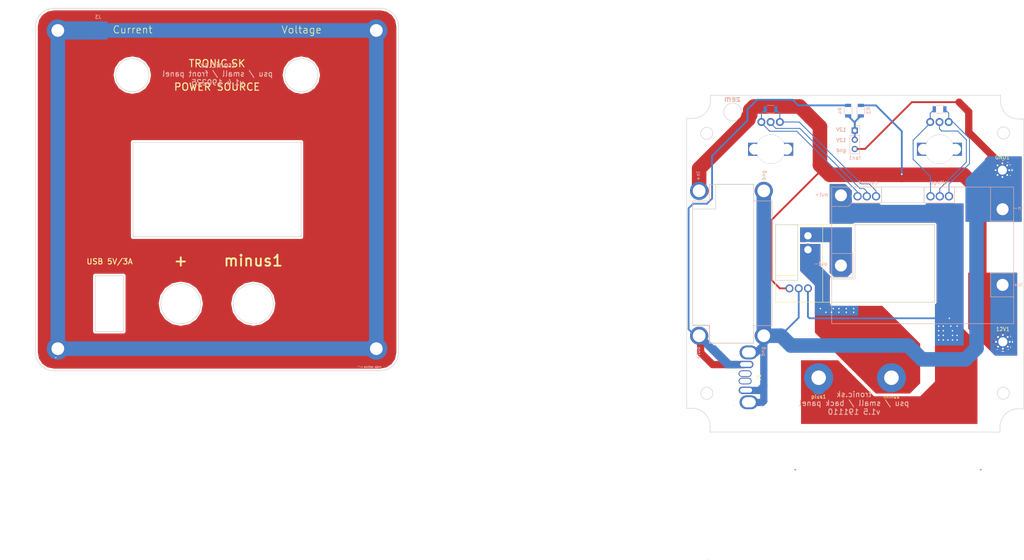
<source format=kicad_pcb>
(kicad_pcb (version 4) (host pcbnew 4.0.7)

  (general
    (links 52)
    (no_connects 1)
    (area 157.341092 29.452092 429.208001 146.252001)
    (thickness 1.6)
    (drawings 104)
    (tracks 253)
    (zones 0)
    (modules 21)
    (nets 14)
  )

  (page A4)
  (layers
    (0 F.Cu signal)
    (31 B.Cu signal)
    (32 B.Adhes user)
    (33 F.Adhes user)
    (34 B.Paste user)
    (35 F.Paste user)
    (36 B.SilkS user)
    (37 F.SilkS user)
    (38 B.Mask user)
    (39 F.Mask user)
    (40 Dwgs.User user)
    (41 Cmts.User user)
    (42 Eco1.User user)
    (43 Eco2.User user)
    (44 Edge.Cuts user)
    (45 Margin user)
    (46 B.CrtYd user)
    (47 F.CrtYd user)
    (48 B.Fab user)
    (49 F.Fab user)
  )

  (setup
    (last_trace_width 0.5)
    (trace_clearance 0.2)
    (zone_clearance 0.508)
    (zone_45_only yes)
    (trace_min 0.2)
    (segment_width 0.2)
    (edge_width 0.15)
    (via_size 0.6)
    (via_drill 0.4)
    (via_min_size 0.4)
    (via_min_drill 0.3)
    (uvia_size 0.3)
    (uvia_drill 0.1)
    (uvias_allowed no)
    (uvia_min_size 0.2)
    (uvia_min_drill 0.1)
    (pcb_text_width 0.3)
    (pcb_text_size 1.5 1.5)
    (mod_edge_width 0.15)
    (mod_text_size 1 1)
    (mod_text_width 0.15)
    (pad_size 5 5)
    (pad_drill 2.5)
    (pad_to_mask_clearance 0.2)
    (solder_mask_min_width 0.25)
    (aux_axis_origin 0 0)
    (grid_origin 149.1742 97.9678)
    (visible_elements 7FFFFFFF)
    (pcbplotparams
      (layerselection 0x010f0_80000001)
      (usegerberextensions true)
      (excludeedgelayer true)
      (linewidth 0.100000)
      (plotframeref false)
      (viasonmask false)
      (mode 1)
      (useauxorigin false)
      (hpglpennumber 1)
      (hpglpenspeed 20)
      (hpglpendiameter 15)
      (hpglpenoverlay 2)
      (psnegative false)
      (psa4output false)
      (plotreference true)
      (plotvalue true)
      (plotinvisibletext false)
      (padsonsilk false)
      (subtractmaskfromsilk false)
      (outputformat 1)
      (mirror false)
      (drillshape 0)
      (scaleselection 1)
      (outputdirectory gerber/))
  )

  (net 0 "")
  (net 1 zem)
  (net 2 reg-i-1)
  (net 3 reg-i-2)
  (net 4 reg-i-3)
  (net 5 reg-u-1)
  (net 6 reg-u-2)
  (net 7 reg-u-3)
  (net 8 "Net-(R3-Pad1)")
  (net 9 gnd)
  (net 10 12V)
  (net 11 5V)
  (net 12 12v-reg)
  (net 13 gnd-out)

  (net_class Default "This is the default net class."
    (clearance 0.2)
    (trace_width 0.5)
    (via_dia 0.6)
    (via_drill 0.4)
    (uvia_dia 0.3)
    (uvia_drill 0.1)
    (add_net 12V)
    (add_net 12v-reg)
    (add_net "Net-(R3-Pad1)")
    (add_net gnd-out)
    (add_net reg-i-1)
    (add_net reg-i-2)
    (add_net reg-i-3)
    (add_net reg-u-1)
    (add_net reg-u-2)
    (add_net reg-u-3)
  )

  (net_class mains ""
    (clearance 0.3)
    (trace_width 2)
    (via_dia 3)
    (via_drill 2)
    (uvia_dia 1.5)
    (uvia_drill 0.5)
    (add_net 5V)
    (add_net gnd)
    (add_net zem)
  )

  (module psw-library:psw-va-meter (layer F.Cu) (tedit 5C746B17) (tstamp 5C70876A)
    (at 382.7272 99.7712)
    (path /5C705F3A)
    (fp_text reference va1 (at -5.842 -12.446) (layer F.SilkS) hide
      (effects (font (size 1 1) (thickness 0.15)))
    )
    (fp_text value va (at -15.748 -12.446) (layer F.Fab)
      (effects (font (size 1 1) (thickness 0.15)))
    )
    (fp_line (start -8.89 -10.668) (end -8.89 10.668) (layer F.SilkS) (width 0.15))
    (fp_line (start -15.748 -10.668) (end -15.748 3.302) (layer F.SilkS) (width 0.15))
    (fp_line (start -15.748 3.302) (end -21.844 3.302) (layer F.SilkS) (width 0.15))
    (fp_line (start 20.066 -10.668) (end 20.574 -10.668) (layer F.SilkS) (width 0.15))
    (fp_line (start 20.32 -10.668) (end 21.844 -10.668) (layer F.SilkS) (width 0.15))
    (fp_line (start 20.066 10.668) (end 21.844 10.668) (layer F.SilkS) (width 0.15))
    (fp_line (start -21.844 0) (end -21.844 -10.668) (layer F.SilkS) (width 0.15))
    (fp_line (start -21.844 -10.668) (end -21.844 10.668) (layer F.SilkS) (width 0.15))
    (fp_line (start -21.844 10.668) (end 20.066 10.668) (layer F.SilkS) (width 0.15))
    (fp_line (start 21.844 10.668) (end 21.844 -10.668) (layer F.SilkS) (width 0.15))
    (fp_line (start 20.066 -10.668) (end -21.844 -10.668) (layer F.SilkS) (width 0.15))
    (pad 1 thru_hole circle (at -18.034 6.858) (size 2.2 2.2) (drill 1.4) (layers *.Cu *.Mask)
      (net 10 12V))
    (pad 2 thru_hole circle (at -15.494 6.858) (size 2.2 2.2) (drill 1.4) (layers *.Cu *.Mask)
      (net 9 gnd))
    (pad 3 thru_hole circle (at -12.954 6.858) (size 2.2 2.2) (drill 1.4) (layers *.Cu *.Mask)
      (net 12 12v-reg))
    (pad 4 thru_hole circle (at -12.954 -7.62) (size 3.302 3.302) (drill 2.032) (layers *.Cu *.Mask)
      (net 9 gnd) (zone_connect 2))
    (pad 5 thru_hole circle (at -12.954 -3.81) (size 3.302 3.302) (drill 2.032) (layers *.Cu *.Mask)
      (net 13 gnd-out) (zone_connect 2))
  )

  (module psw-library:psw-bananik (layer F.Cu) (tedit 5C746EFB) (tstamp 5B899D25)
    (at 217.2462 110.8456)
    (path /5B68D160)
    (fp_text reference minus1 (at 0 -11.8364) (layer F.SilkS)
      (effects (font (size 3 3) (thickness 0.5)))
    )
    (fp_text value minus (at 0.0635 -4.8895) (layer F.Fab)
      (effects (font (size 1 1) (thickness 0.15)))
    )
  )

  (module psw-library:psw-srobik-3.5mm (layer F.Cu) (tedit 5C7077C9) (tstamp 5BCA890A)
    (at 163.4998 35.6362)
    (path /5BB7F525)
    (fp_text reference J12 (at 0 0.5) (layer F.SilkS)
      (effects (font (size 1 1) (thickness 0.15)))
    )
    (fp_text value srobik (at 0 -0.5) (layer F.Fab)
      (effects (font (size 1 1) (thickness 0.15)))
    )
    (pad 1 thru_hole circle (at 0 0) (size 6.096 6.096) (drill 3.5) (layers *.Cu *.Mask)
      (net 1 zem) (zone_connect 2))
  )

  (module psw-library:psw-srobik-3.5mm (layer F.Cu) (tedit 5C7077BD) (tstamp 5BCA890F)
    (at 251.079 123.2154)
    (path /5BB805C3)
    (fp_text reference J13 (at 0 0.5) (layer F.SilkS)
      (effects (font (size 1 1) (thickness 0.15)))
    )
    (fp_text value srobik (at 0 -0.5) (layer F.Fab)
      (effects (font (size 1 1) (thickness 0.15)))
    )
    (pad 1 thru_hole circle (at 0 0) (size 6.096 6.096) (drill 3.5) (layers *.Cu *.Mask)
      (net 1 zem) (zone_connect 2))
  )

  (module psw-library:psw-srobik-3.5mm (layer F.Cu) (tedit 5C7077C3) (tstamp 5BCA8914)
    (at 251.079 35.6362)
    (path /5BB800E9)
    (fp_text reference J14 (at 0 0.5) (layer F.SilkS)
      (effects (font (size 1 1) (thickness 0.15)))
    )
    (fp_text value srobik (at 0 -0.5) (layer F.Fab)
      (effects (font (size 1 1) (thickness 0.15)))
    )
    (pad 1 thru_hole circle (at 0 0) (size 6.096 6.096) (drill 3.5) (layers *.Cu *.Mask)
      (net 1 zem) (zone_connect 2))
  )

  (module psw-library:psw-srobik-3.5mm (layer F.Cu) (tedit 5C7077B8) (tstamp 5BCA8919)
    (at 163.4998 123.2154)
    (path /5BB80A9E)
    (fp_text reference J15 (at 0 0.5) (layer F.SilkS)
      (effects (font (size 1 1) (thickness 0.15)))
    )
    (fp_text value srobik (at 0 -0.5) (layer F.Fab)
      (effects (font (size 1 1) (thickness 0.15)))
    )
    (pad 1 thru_hole circle (at 0 0) (size 6.096 6.096) (drill 3.5) (layers *.Cu *.Mask)
      (net 1 zem) (zone_connect 2))
  )

  (module psw-library:psw-kontakt-smd-velky (layer B.Cu) (tedit 5C746C30) (tstamp 5C6AFD15)
    (at 174.625 35.6362)
    (path /5C6AFFB6)
    (fp_text reference J3 (at 0 -3.683) (layer B.SilkS)
      (effects (font (size 1 1) (thickness 0.15)) (justify mirror))
    )
    (fp_text value zem (at -0.0635 3.4925) (layer B.Fab)
      (effects (font (size 1 1) (thickness 0.15)) (justify mirror))
    )
    (pad 1 smd rect (at 0 0) (size 5 5) (layers B.Cu B.Paste B.Mask)
      (net 1 zem))
  )

  (module Resistors_SMD:R_1206 (layer B.Cu) (tedit 5C436826) (tstamp 5C709B8B)
    (at 405.9682 57.3278)
    (descr "Resistor SMD 1206, reflow soldering, Vishay (see dcrcw.pdf)")
    (tags "resistor 1206")
    (path /5C43671E)
    (attr smd)
    (fp_text reference R2 (at 0 1.85) (layer B.SilkS) hide
      (effects (font (size 1 1) (thickness 0.15)) (justify mirror))
    )
    (fp_text value R (at 0 -1.95) (layer B.Fab)
      (effects (font (size 1 1) (thickness 0.15)) (justify mirror))
    )
    (fp_text user %R (at 0 0) (layer B.Fab)
      (effects (font (size 0.7 0.7) (thickness 0.105)) (justify mirror))
    )
    (fp_line (start -1.6 -0.8) (end -1.6 0.8) (layer B.Fab) (width 0.1))
    (fp_line (start 1.6 -0.8) (end -1.6 -0.8) (layer B.Fab) (width 0.1))
    (fp_line (start 1.6 0.8) (end 1.6 -0.8) (layer B.Fab) (width 0.1))
    (fp_line (start -1.6 0.8) (end 1.6 0.8) (layer B.Fab) (width 0.1))
    (fp_line (start 1 -1.07) (end -1 -1.07) (layer B.SilkS) (width 0.12))
    (fp_line (start -1 1.07) (end 1 1.07) (layer B.SilkS) (width 0.12))
    (fp_line (start -2.15 1.11) (end 2.15 1.11) (layer B.CrtYd) (width 0.05))
    (fp_line (start -2.15 1.11) (end -2.15 -1.1) (layer B.CrtYd) (width 0.05))
    (fp_line (start 2.15 -1.1) (end 2.15 1.11) (layer B.CrtYd) (width 0.05))
    (fp_line (start 2.15 -1.1) (end -2.15 -1.1) (layer B.CrtYd) (width 0.05))
    (pad 1 smd rect (at -1.45 0) (size 0.9 1.7) (layers B.Cu B.Paste B.Mask)
      (net 4 reg-i-3))
    (pad 2 smd rect (at 1.45 0) (size 0.9 1.7) (layers B.Cu B.Paste B.Mask)
      (net 2 reg-i-1))
    (model ${KISYS3DMOD}/Resistors_SMD.3dshapes/R_1206.wrl
      (at (xyz 0 0 0))
      (scale (xyz 1 1 1))
      (rotate (xyz 0 0 0))
    )
  )

  (module Resistors_SMD:R_1206 (layer B.Cu) (tedit 5C436820) (tstamp 5C709B7B)
    (at 359.4862 57.3278 180)
    (descr "Resistor SMD 1206, reflow soldering, Vishay (see dcrcw.pdf)")
    (tags "resistor 1206")
    (path /5C43659F)
    (attr smd)
    (fp_text reference R1 (at 0 1.85 180) (layer B.SilkS) hide
      (effects (font (size 1 1) (thickness 0.15)) (justify mirror))
    )
    (fp_text value R (at 0 -1.95 180) (layer B.Fab)
      (effects (font (size 1 1) (thickness 0.15)) (justify mirror))
    )
    (fp_text user %R (at 0 0 180) (layer B.Fab)
      (effects (font (size 0.7 0.7) (thickness 0.105)) (justify mirror))
    )
    (fp_line (start -1.6 -0.8) (end -1.6 0.8) (layer B.Fab) (width 0.1))
    (fp_line (start 1.6 -0.8) (end -1.6 -0.8) (layer B.Fab) (width 0.1))
    (fp_line (start 1.6 0.8) (end 1.6 -0.8) (layer B.Fab) (width 0.1))
    (fp_line (start -1.6 0.8) (end 1.6 0.8) (layer B.Fab) (width 0.1))
    (fp_line (start 1 -1.07) (end -1 -1.07) (layer B.SilkS) (width 0.12))
    (fp_line (start -1 1.07) (end 1 1.07) (layer B.SilkS) (width 0.12))
    (fp_line (start -2.15 1.11) (end 2.15 1.11) (layer B.CrtYd) (width 0.05))
    (fp_line (start -2.15 1.11) (end -2.15 -1.1) (layer B.CrtYd) (width 0.05))
    (fp_line (start 2.15 -1.1) (end 2.15 1.11) (layer B.CrtYd) (width 0.05))
    (fp_line (start 2.15 -1.1) (end -2.15 -1.1) (layer B.CrtYd) (width 0.05))
    (pad 1 smd rect (at -1.45 0 180) (size 0.9 1.7) (layers B.Cu B.Paste B.Mask)
      (net 5 reg-u-1))
    (pad 2 smd rect (at 1.45 0 180) (size 0.9 1.7) (layers B.Cu B.Paste B.Mask)
      (net 7 reg-u-3))
    (model ${KISYS3DMOD}/Resistors_SMD.3dshapes/R_1206.wrl
      (at (xyz 0 0 0))
      (scale (xyz 1 1 1))
      (rotate (xyz 0 0 0))
    )
  )

  (module psw-library:psw-dc-dc-lm2596-HOLE (layer B.Cu) (tedit 5C746B3C) (tstamp 5C708D41)
    (at 348.996 99.8474 270)
    (path /5C706A94)
    (fp_text reference reg-usb1 (at 0 -12.192 270) (layer B.SilkS) hide
      (effects (font (size 1 1) (thickness 0.15)) (justify mirror))
    )
    (fp_text value reg-usb (at 0 12.192 270) (layer B.Fab)
      (effects (font (size 1 1) (thickness 0.15)) (justify mirror))
    )
    (fp_line (start 21.844 -5.842) (end 21.844 6.35) (layer B.SilkS) (width 0.15))
    (fp_line (start 17.018 10.922) (end 17.018 6.604) (layer B.SilkS) (width 0.15))
    (fp_line (start 17.018 6.604) (end 17.018 6.35) (layer B.SilkS) (width 0.15))
    (fp_line (start 17.018 6.35) (end 21.844 6.35) (layer B.SilkS) (width 0.15))
    (fp_line (start 21.844 -5.842) (end 17.018 -5.842) (layer B.SilkS) (width 0.15))
    (fp_line (start 17.018 -5.842) (end 17.018 -10.922) (layer B.SilkS) (width 0.15))
    (fp_line (start 17.018 -10.922) (end -17.272 -10.922) (layer B.SilkS) (width 0.15))
    (fp_line (start -17.272 -10.922) (end -17.272 -5.842) (layer B.SilkS) (width 0.15))
    (fp_line (start -17.272 -5.842) (end -21.844 -5.842) (layer B.SilkS) (width 0.15))
    (fp_line (start -21.844 -5.842) (end -21.844 6.35) (layer B.SilkS) (width 0.15))
    (fp_line (start -21.844 6.35) (end -17.272 6.35) (layer B.SilkS) (width 0.15))
    (fp_line (start -17.272 6.35) (end -17.272 10.922) (layer B.SilkS) (width 0.15))
    (fp_line (start -17.272 10.922) (end 17.018 10.922) (layer B.SilkS) (width 0.15))
    (fp_text user out+ (at 24.638 9.398 270) (layer B.SilkS)
      (effects (font (size 1 1) (thickness 0.15)) (justify mirror))
    )
    (fp_text user in+ (at -24.13 9.398 270) (layer B.SilkS)
      (effects (font (size 1 1) (thickness 0.15)) (justify mirror))
    )
    (fp_text user gnd (at 24.13 -8.382 270) (layer B.SilkS)
      (effects (font (size 1 1) (thickness 0.15)) (justify mirror))
    )
    (fp_text user gnd (at -24.384 -8.636 270) (layer B.SilkS)
      (effects (font (size 1 1) (thickness 0.15)) (justify mirror))
    )
    (pad 1 thru_hole circle (at -20.066 9.144 270) (size 5 5) (drill 3.5) (layers *.Cu *.Mask)
      (net 10 12V))
    (pad 2 thru_hole circle (at -20.066 -8.636 270) (size 5 5) (drill 3.5) (layers *.Cu *.Mask)
      (net 9 gnd))
    (pad 4 thru_hole circle (at 19.812 -8.636 270) (size 5 5) (drill 3.5) (layers *.Cu *.Mask)
      (net 9 gnd))
    (pad 3 thru_hole circle (at 19.812 9.144 270) (size 5 5) (drill 3.5) (layers *.Cu *.Mask)
      (net 11 5V))
  )

  (module psw-library:psw-reg-small-buck-boost (layer B.Cu) (tedit 5C746B5C) (tstamp 5C709B3B)
    (at 401.32 97.536 180)
    (path /5C705ED3)
    (fp_text reference reg1 (at -22.225 20.066 180) (layer B.SilkS) hide
      (effects (font (size 1 1) (thickness 0.15)) (justify mirror))
    )
    (fp_text value reg (at 0.127 -20.447 180) (layer B.Fab)
      (effects (font (size 1 1) (thickness 0.15)) (justify mirror))
    )
    (fp_text user voltage (at -4.826 20.066 180) (layer B.SilkS)
      (effects (font (size 1 1) (thickness 0.15)) (justify mirror))
    )
    (fp_text user current (at 14.986 20.066 180) (layer B.SilkS)
      (effects (font (size 1 1) (thickness 0.15)) (justify mirror))
    )
    (fp_line (start -0.381 14.732) (end -0.381 14.478) (layer B.SilkS) (width 0.15))
    (fp_line (start -8.763 14.732) (end -8.763 14.478) (layer B.SilkS) (width 0.15))
    (fp_line (start 25.019 0.508) (end 19.177 0.508) (layer B.SilkS) (width 0.15))
    (fp_line (start 19.177 0.508) (end 19.177 -6.096) (layer B.SilkS) (width 0.15))
    (fp_line (start 19.177 -6.096) (end 25.019 -6.096) (layer B.SilkS) (width 0.15))
    (fp_line (start 18.923 14.478) (end 19.431 14.478) (layer B.SilkS) (width 0.15))
    (fp_line (start 19.431 14.478) (end 20.447 13.462) (layer B.SilkS) (width 0.15))
    (fp_line (start 20.447 13.462) (end 25.019 13.462) (layer B.SilkS) (width 0.15))
    (fp_line (start 11.303 14.732) (end 11.303 14.478) (layer B.SilkS) (width 0.15))
    (fp_line (start -25.019 9.398) (end -18.669 9.398) (layer B.SilkS) (width 0.15))
    (fp_line (start -18.669 9.398) (end -18.669 18.796) (layer B.SilkS) (width 0.15))
    (fp_line (start -25.019 -11.43) (end -18.669 -11.43) (layer B.SilkS) (width 0.15))
    (fp_line (start -18.669 -11.43) (end -18.669 -4.826) (layer B.SilkS) (width 0.15))
    (fp_line (start -18.669 -4.826) (end -25.019 -4.826) (layer B.SilkS) (width 0.15))
    (fp_line (start -8.763 14.732) (end -8.763 18.796) (layer B.SilkS) (width 0.15))
    (fp_line (start -0.381 14.732) (end -0.381 18.796) (layer B.SilkS) (width 0.15))
    (fp_line (start 11.303 14.478) (end 18.923 14.478) (layer B.SilkS) (width 0.15))
    (fp_line (start 11.303 14.732) (end 11.303 18.796) (layer B.SilkS) (width 0.15))
    (fp_line (start -8.763 14.478) (end -0.381 14.478) (layer B.SilkS) (width 0.15))
    (fp_text user in+ (at -26.2382 -8.0518 180) (layer B.SilkS)
      (effects (font (size 1 1) (thickness 0.15)) (justify mirror))
    )
    (fp_text user in- (at -26.2382 13.0302 180) (layer B.SilkS)
      (effects (font (size 1 1) (thickness 0.15)) (justify mirror))
    )
    (fp_text user out- (at 28.067 -2.286 180) (layer B.SilkS)
      (effects (font (size 1 1) (thickness 0.15)) (justify mirror))
    )
    (fp_text user out+ (at 27.813 16.764 180) (layer B.SilkS)
      (effects (font (size 1 1) (thickness 0.15)) (justify mirror))
    )
    (fp_line (start -25.019 18.796) (end 25.019 18.796) (layer B.SilkS) (width 0.15))
    (fp_line (start 25.019 18.796) (end 25.019 -18.796) (layer B.SilkS) (width 0.15))
    (fp_line (start 25.019 -18.796) (end -25.019 -18.796) (layer B.SilkS) (width 0.15))
    (fp_line (start -25.019 -18.796) (end -25.019 18.796) (layer B.SilkS) (width 0.15))
    (pad 1 thru_hole circle (at 22.479 16.51 180) (size 5.588 5.588) (drill 3.302) (layers *.Cu *.Mask)
      (net 12 12v-reg) (zone_connect 2))
    (pad 2 thru_hole circle (at 22.479 -2.794 180) (size 5.588 5.588) (drill 3.302) (layers *.Cu *.Mask)
      (net 9 gnd) (zone_connect 2))
    (pad 3 thru_hole circle (at -21.971 12.7 180) (size 5.588 5.588) (drill 3.302) (layers *.Cu *.Mask)
      (net 9 gnd) (zone_connect 2))
    (pad 4 thru_hole circle (at -21.971 -8.128 180) (size 5.588 5.588) (drill 3.302) (layers *.Cu *.Mask)
      (net 10 12V) (zone_connect 2))
    (pad 5 thru_hole circle (at -7.239 16.256 180) (size 2.286 2.286) (drill 1.524) (layers *.Cu *.Mask)
      (net 2 reg-i-1))
    (pad 6 thru_hole circle (at -4.699 16.256 180) (size 2.286 2.286) (drill 1.524) (layers *.Cu *.Mask)
      (net 3 reg-i-2))
    (pad 7 thru_hole circle (at -2.159 16.256 180) (size 2.286 2.286) (drill 1.524) (layers *.Cu *.Mask)
      (net 4 reg-i-3))
    (pad 8 thru_hole circle (at 12.827 16.256 180) (size 2.286 2.286) (drill 1.524) (layers *.Cu *.Mask)
      (net 5 reg-u-1))
    (pad 9 thru_hole circle (at 15.367 16.256 180) (size 2.286 2.286) (drill 1.524) (layers *.Cu *.Mask)
      (net 6 reg-u-2))
    (pad 10 thru_hole circle (at 17.907 16.256 180) (size 2.286 2.286) (drill 1.524) (layers *.Cu *.Mask)
      (net 7 reg-u-3))
  )

  (module Pin_Headers:Pin_Header_Straight_1x03_Pitch2.54mm (layer B.Cu) (tedit 5C74681E) (tstamp 5C72ED4B)
    (at 382.651 63.1698 180)
    (descr "Through hole straight pin header, 1x03, 2.54mm pitch, single row")
    (tags "Through hole pin header THT 1x03 2.54mm single row")
    (path /5C72ED0E)
    (fp_text reference fan1 (at 0.0254 -7.5438 180) (layer B.SilkS)
      (effects (font (size 1 1) (thickness 0.15)) (justify mirror))
    )
    (fp_text value fan (at 0 -7.41 180) (layer B.Fab)
      (effects (font (size 1 1) (thickness 0.15)) (justify mirror))
    )
    (fp_line (start -0.635 1.27) (end 1.27 1.27) (layer B.Fab) (width 0.1))
    (fp_line (start 1.27 1.27) (end 1.27 -6.35) (layer B.Fab) (width 0.1))
    (fp_line (start 1.27 -6.35) (end -1.27 -6.35) (layer B.Fab) (width 0.1))
    (fp_line (start -1.27 -6.35) (end -1.27 0.635) (layer B.Fab) (width 0.1))
    (fp_line (start -1.27 0.635) (end -0.635 1.27) (layer B.Fab) (width 0.1))
    (fp_line (start -1.33 -6.41) (end 1.33 -6.41) (layer B.SilkS) (width 0.12))
    (fp_line (start -1.33 -1.27) (end -1.33 -6.41) (layer B.SilkS) (width 0.12))
    (fp_line (start 1.33 -1.27) (end 1.33 -6.41) (layer B.SilkS) (width 0.12))
    (fp_line (start -1.33 -1.27) (end 1.33 -1.27) (layer B.SilkS) (width 0.12))
    (fp_line (start -1.33 0) (end -1.33 1.33) (layer B.SilkS) (width 0.12))
    (fp_line (start -1.33 1.33) (end 0 1.33) (layer B.SilkS) (width 0.12))
    (fp_line (start -1.8 1.8) (end -1.8 -6.85) (layer B.CrtYd) (width 0.05))
    (fp_line (start -1.8 -6.85) (end 1.8 -6.85) (layer B.CrtYd) (width 0.05))
    (fp_line (start 1.8 -6.85) (end 1.8 1.8) (layer B.CrtYd) (width 0.05))
    (fp_line (start 1.8 1.8) (end -1.8 1.8) (layer B.CrtYd) (width 0.05))
    (fp_text user %R (at 0 -2.54 450) (layer B.Fab)
      (effects (font (size 1 1) (thickness 0.15)) (justify mirror))
    )
    (pad 1 thru_hole rect (at 0 0 180) (size 1.7 1.7) (drill 1) (layers *.Cu *.Mask)
      (net 8 "Net-(R3-Pad1)"))
    (pad 2 thru_hole oval (at 0 -2.54 180) (size 1.7 1.7) (drill 1) (layers *.Cu *.Mask)
      (net 8 "Net-(R3-Pad1)"))
    (pad 3 thru_hole oval (at 0 -5.08 180) (size 1.7 1.7) (drill 1) (layers *.Cu *.Mask)
      (net 9 gnd))
    (model ${KISYS3DMOD}/Pin_Headers.3dshapes/Pin_Header_Straight_1x03_Pitch2.54mm.wrl
      (at (xyz 0 0 0))
      (scale (xyz 1 1 1))
      (rotate (xyz 0 0 0))
    )
  )

  (module Resistors_SMD:R_1206 (layer B.Cu) (tedit 5C747732) (tstamp 5C72F062)
    (at 384.302 57.7088 90)
    (descr "Resistor SMD 1206, reflow soldering, Vishay (see dcrcw.pdf)")
    (tags "resistor 1206")
    (path /5C730CDD)
    (attr smd)
    (fp_text reference R3 (at 0.0508 2.1336 90) (layer B.SilkS)
      (effects (font (size 1 1) (thickness 0.15)) (justify mirror))
    )
    (fp_text value R (at 0 -1.95 90) (layer B.Fab)
      (effects (font (size 1 1) (thickness 0.15)) (justify mirror))
    )
    (fp_text user %R (at 0 0 90) (layer B.Fab)
      (effects (font (size 0.7 0.7) (thickness 0.105)) (justify mirror))
    )
    (fp_line (start -1.6 -0.8) (end -1.6 0.8) (layer B.Fab) (width 0.1))
    (fp_line (start 1.6 -0.8) (end -1.6 -0.8) (layer B.Fab) (width 0.1))
    (fp_line (start 1.6 0.8) (end 1.6 -0.8) (layer B.Fab) (width 0.1))
    (fp_line (start -1.6 0.8) (end 1.6 0.8) (layer B.Fab) (width 0.1))
    (fp_line (start 1 -1.07) (end -1 -1.07) (layer B.SilkS) (width 0.12))
    (fp_line (start -1 1.07) (end 1 1.07) (layer B.SilkS) (width 0.12))
    (fp_line (start -2.15 1.11) (end 2.15 1.11) (layer B.CrtYd) (width 0.05))
    (fp_line (start -2.15 1.11) (end -2.15 -1.1) (layer B.CrtYd) (width 0.05))
    (fp_line (start 2.15 -1.1) (end 2.15 1.11) (layer B.CrtYd) (width 0.05))
    (fp_line (start 2.15 -1.1) (end -2.15 -1.1) (layer B.CrtYd) (width 0.05))
    (pad 1 smd rect (at -1.45 0 90) (size 0.9 1.7) (layers B.Cu B.Paste B.Mask)
      (net 8 "Net-(R3-Pad1)"))
    (pad 2 smd rect (at 1.45 0 90) (size 0.9 1.7) (layers B.Cu B.Paste B.Mask)
      (net 10 12V))
    (model ${KISYS3DMOD}/Resistors_SMD.3dshapes/R_1206.wrl
      (at (xyz 0 0 0))
      (scale (xyz 1 1 1))
      (rotate (xyz 0 0 0))
    )
  )

  (module Resistors_SMD:R_1206 (layer B.Cu) (tedit 5C747735) (tstamp 5C72F068)
    (at 380.8222 57.7088 90)
    (descr "Resistor SMD 1206, reflow soldering, Vishay (see dcrcw.pdf)")
    (tags "resistor 1206")
    (path /5C730D86)
    (attr smd)
    (fp_text reference R4 (at -0.0254 -2.2098 90) (layer B.SilkS)
      (effects (font (size 1 1) (thickness 0.15)) (justify mirror))
    )
    (fp_text value R (at 0 -1.95 90) (layer B.Fab)
      (effects (font (size 1 1) (thickness 0.15)) (justify mirror))
    )
    (fp_text user %R (at 0 0 90) (layer B.Fab)
      (effects (font (size 0.7 0.7) (thickness 0.105)) (justify mirror))
    )
    (fp_line (start -1.6 -0.8) (end -1.6 0.8) (layer B.Fab) (width 0.1))
    (fp_line (start 1.6 -0.8) (end -1.6 -0.8) (layer B.Fab) (width 0.1))
    (fp_line (start 1.6 0.8) (end 1.6 -0.8) (layer B.Fab) (width 0.1))
    (fp_line (start -1.6 0.8) (end 1.6 0.8) (layer B.Fab) (width 0.1))
    (fp_line (start 1 -1.07) (end -1 -1.07) (layer B.SilkS) (width 0.12))
    (fp_line (start -1 1.07) (end 1 1.07) (layer B.SilkS) (width 0.12))
    (fp_line (start -2.15 1.11) (end 2.15 1.11) (layer B.CrtYd) (width 0.05))
    (fp_line (start -2.15 1.11) (end -2.15 -1.1) (layer B.CrtYd) (width 0.05))
    (fp_line (start 2.15 -1.1) (end 2.15 1.11) (layer B.CrtYd) (width 0.05))
    (fp_line (start 2.15 -1.1) (end -2.15 -1.1) (layer B.CrtYd) (width 0.05))
    (pad 1 smd rect (at -1.45 0 90) (size 0.9 1.7) (layers B.Cu B.Paste B.Mask)
      (net 8 "Net-(R3-Pad1)"))
    (pad 2 smd rect (at 1.45 0 90) (size 0.9 1.7) (layers B.Cu B.Paste B.Mask)
      (net 11 5V))
    (model ${KISYS3DMOD}/Resistors_SMD.3dshapes/R_1206.wrl
      (at (xyz 0 0 0))
      (scale (xyz 1 1 1))
      (rotate (xyz 0 0 0))
    )
  )

  (module psw-library:psw-pot-through-horizontal (layer F.Cu) (tedit 5C7308D9) (tstamp 5C72FDDB)
    (at 359.5116 68.326 270)
    (descr "Potentiometer, horizontally mounted, Omeg PC16PU, Omeg PC16PU, Omeg PC16PU, Vishay/Spectrol 248GJ/249GJ Single, Vishay/Spectrol 248GJ/249GJ Single, Vishay/Spectrol 248GJ/249GJ Single, Vishay/Spectrol 248GH/249GH Single, Vishay/Spectrol 148/149 Single, Vishay/Spectrol 148/149 Single, Vishay/Spectrol 148/149 Single, Vishay/Spectrol 148A/149A Single with mounting plates, Vishay/Spectrol 148/149 Double, Vishay/Spectrol 148A/149A Double with mounting plates, Piher PC-16 Single, Piher PC-16 Single, Piher PC-16 Single, Piher PC-16SV Single, Piher PC-16 Double, Piher PC-16 Triple, Piher T16H Single, Piher T16L Single, Piher T16H Double, Alps RK163 Single, Alps RK163 Double, Alps RK097 Single, Alps RK097 Double, Bourns PTV09A-2 Single with mounting sleve Single, Bourns PTV09A-1 with mounting sleve Single, Bourns PRS11S Single, Alps RK09K Single with mounting sleve Single, Alps RK09K with mounting sleve Single, http://www.alps.com/prod/info/E/HTML/Potentiometer/RotaryPotentiometers/RK09K/RK09D1130C1B.html")
    (tags "Potentiometer horizontal  Omeg PC16PU  Omeg PC16PU  Omeg PC16PU  Vishay/Spectrol 248GJ/249GJ Single  Vishay/Spectrol 248GJ/249GJ Single  Vishay/Spectrol 248GJ/249GJ Single  Vishay/Spectrol 248GH/249GH Single  Vishay/Spectrol 148/149 Single  Vishay/Spectrol 148/149 Single  Vishay/Spectrol 148/149 Single  Vishay/Spectrol 148A/149A Single with mounting plates  Vishay/Spectrol 148/149 Double  Vishay/Spectrol 148A/149A Double with mounting plates  Piher PC-16 Single  Piher PC-16 Single  Piher PC-16 Single  Piher PC-16SV Single  Piher PC-16 Double  Piher PC-16 Triple  Piher T16H Single  Piher T16L Single  Piher T16H Double  Alps RK163 Single  Alps RK163 Double  Alps RK097 Single  Alps RK097 Double  Bourns PTV09A-2 Single with mounting sleve Single  Bourns PTV09A-1 with mounting sleve Single  Bourns PRS11S Single  Alps RK09K Single with mounting sleve Single  Alps RK09K with mounting sleve Single")
    (path /5BB4EB7D)
    (fp_text reference J9 (at 0.1016 -7.5184 270) (layer F.SilkS) hide
      (effects (font (size 1 1) (thickness 0.15)))
    )
    (fp_text value pot-1 (at 0.1016 7.0104 270) (layer F.Fab)
      (effects (font (size 1 1) (thickness 0.15)))
    )
    (fp_circle (center 0.007 0.04) (end 3.257 0.04) (layer F.Fab) (width 0.1))
    (pad 3 thru_hole circle (at -7.493 -2.54 270) (size 2.2 2.2) (drill 1.3) (layers *.Cu *.Mask)
      (net 5 reg-u-1))
    (pad 2 thru_hole circle (at -7.493 0 270) (size 2.2 2.2) (drill 1.3) (layers *.Cu *.Mask)
      (net 6 reg-u-2))
    (pad 1 thru_hole circle (at -7.493 2.54 270) (size 2.2 2.2) (drill 1.3) (layers *.Cu *.Mask)
      (net 7 reg-u-3))
    (pad 0 thru_hole rect (at 0 -4.4196 270) (size 3.556 3.556) (drill 3) (layers *.Cu *.Mask))
    (pad 0 thru_hole rect (at 0 4.4196 270) (size 3.556 3.556) (drill 3) (layers *.Cu *.Mask))
    (pad 0 thru_hole circle (at 0 0 270) (size 8 8) (drill 8) (layers *.Cu *.Mask))
    (model Potentiometers.3dshapes/Potentiometer_Alps_RK09K_Horizontal.wrl
      (at (xyz 0 0 0))
      (scale (xyz 0.393701 0.393701 0.393701))
      (rotate (xyz 0 0 0))
    )
  )

  (module psw-library:psw-pot-through-horizontal (layer F.Cu) (tedit 5C7308D5) (tstamp 5C72FDE5)
    (at 405.9428 68.326 270)
    (descr "Potentiometer, horizontally mounted, Omeg PC16PU, Omeg PC16PU, Omeg PC16PU, Vishay/Spectrol 248GJ/249GJ Single, Vishay/Spectrol 248GJ/249GJ Single, Vishay/Spectrol 248GJ/249GJ Single, Vishay/Spectrol 248GH/249GH Single, Vishay/Spectrol 148/149 Single, Vishay/Spectrol 148/149 Single, Vishay/Spectrol 148/149 Single, Vishay/Spectrol 148A/149A Single with mounting plates, Vishay/Spectrol 148/149 Double, Vishay/Spectrol 148A/149A Double with mounting plates, Piher PC-16 Single, Piher PC-16 Single, Piher PC-16 Single, Piher PC-16SV Single, Piher PC-16 Double, Piher PC-16 Triple, Piher T16H Single, Piher T16L Single, Piher T16H Double, Alps RK163 Single, Alps RK163 Double, Alps RK097 Single, Alps RK097 Double, Bourns PTV09A-2 Single with mounting sleve Single, Bourns PTV09A-1 with mounting sleve Single, Bourns PRS11S Single, Alps RK09K Single with mounting sleve Single, Alps RK09K with mounting sleve Single, http://www.alps.com/prod/info/E/HTML/Potentiometer/RotaryPotentiometers/RK09K/RK09D1130C1B.html")
    (tags "Potentiometer horizontal  Omeg PC16PU  Omeg PC16PU  Omeg PC16PU  Vishay/Spectrol 248GJ/249GJ Single  Vishay/Spectrol 248GJ/249GJ Single  Vishay/Spectrol 248GJ/249GJ Single  Vishay/Spectrol 248GH/249GH Single  Vishay/Spectrol 148/149 Single  Vishay/Spectrol 148/149 Single  Vishay/Spectrol 148/149 Single  Vishay/Spectrol 148A/149A Single with mounting plates  Vishay/Spectrol 148/149 Double  Vishay/Spectrol 148A/149A Double with mounting plates  Piher PC-16 Single  Piher PC-16 Single  Piher PC-16 Single  Piher PC-16SV Single  Piher PC-16 Double  Piher PC-16 Triple  Piher T16H Single  Piher T16L Single  Piher T16H Double  Alps RK163 Single  Alps RK163 Double  Alps RK097 Single  Alps RK097 Double  Bourns PTV09A-2 Single with mounting sleve Single  Bourns PTV09A-1 with mounting sleve Single  Bourns PRS11S Single  Alps RK09K Single with mounting sleve Single  Alps RK09K with mounting sleve Single")
    (path /5BB4F35E)
    (fp_text reference J10 (at 0.1016 -7.5184 270) (layer F.SilkS) hide
      (effects (font (size 1 1) (thickness 0.15)))
    )
    (fp_text value pot-1 (at 0.1016 7.0104 270) (layer F.Fab)
      (effects (font (size 1 1) (thickness 0.15)))
    )
    (fp_circle (center 0.007 0.04) (end 3.257 0.04) (layer F.Fab) (width 0.1))
    (pad 3 thru_hole circle (at -7.493 -2.54 270) (size 2.2 2.2) (drill 1.3) (layers *.Cu *.Mask)
      (net 2 reg-i-1))
    (pad 2 thru_hole circle (at -7.493 0 270) (size 2.2 2.2) (drill 1.3) (layers *.Cu *.Mask)
      (net 3 reg-i-2))
    (pad 1 thru_hole circle (at -7.493 2.54 270) (size 2.2 2.2) (drill 1.3) (layers *.Cu *.Mask)
      (net 4 reg-i-3))
    (pad 0 thru_hole rect (at 0 -4.4196 270) (size 3.556 3.556) (drill 3) (layers *.Cu *.Mask))
    (pad 0 thru_hole rect (at 0 4.4196 270) (size 3.556 3.556) (drill 3) (layers *.Cu *.Mask))
    (pad 0 thru_hole circle (at 0 0 270) (size 8 8) (drill 8) (layers *.Cu *.Mask))
    (model Potentiometers.3dshapes/Potentiometer_Alps_RK09K_Horizontal.wrl
      (at (xyz 0 0 0))
      (scale (xyz 0.393701 0.393701 0.393701))
      (rotate (xyz 0 0 0))
    )
  )

  (module psw-library:psw-bananik (layer F.Cu) (tedit 5C74770E) (tstamp 5C731751)
    (at 392.7348 131.2164)
    (path /5B68D160)
    (fp_text reference minus (at 0 5.207) (layer F.SilkS)
      (effects (font (size 1 1) (thickness 0.15)))
    )
    (fp_text value minus (at 0.0635 -4.8895) (layer F.Fab)
      (effects (font (size 1 1) (thickness 0.15)))
    )
    (pad 1 thru_hole circle (at 0 0) (size 8 8) (drill 4) (layers *.Cu *.Mask)
      (net 13 gnd-out) (zone_connect 2))
  )

  (module psw-library:psw-bananik (layer F.Cu) (tedit 5C747709) (tstamp 5C731756)
    (at 372.7196 131.2164)
    (path /5B68D166)
    (fp_text reference plus1 (at 0 5.207) (layer F.SilkS)
      (effects (font (size 1 1) (thickness 0.15)))
    )
    (fp_text value plus (at 0.0635 -4.8895) (layer F.Fab)
      (effects (font (size 1 1) (thickness 0.15)))
    )
    (pad 1 thru_hole circle (at 0 0) (size 8 8) (drill 4) (layers *.Cu *.Mask)
      (net 12 12v-reg) (zone_connect 2))
  )

  (module psw-library:psw-usb-a-vertical (layer F.Cu) (tedit 5C747701) (tstamp 5C74752B)
    (at 353.5172 134.6708 90)
    (path /5C7321F8)
    (fp_text reference J1 (at 3.556 2.794 90) (layer F.SilkS)
      (effects (font (size 1 1) (thickness 0.15)))
    )
    (fp_text value USB_A (at 3.302 -3.81 90) (layer F.Fab)
      (effects (font (size 1 1) (thickness 0.15)))
    )
    (pad 1 thru_hole oval (at 0 -0.762 90) (size 2.032 4.064) (drill oval 1.27 3.302) (layers *.Cu *.Mask)
      (net 9 gnd))
    (pad 2 thru_hole oval (at 2.54 -1.016 90) (size 1.778 3.556) (drill oval 1.27 3.048) (layers *.Cu *.Mask))
    (pad 3 thru_hole oval (at 4.572 -1.016 90) (size 1.778 3.556) (drill oval 1.27 3.048) (layers *.Cu *.Mask))
    (pad 4 thru_hole oval (at 7.112 -0.762 90) (size 2.032 4.064) (drill oval 1.27 3.302) (layers *.Cu *.Mask)
      (net 11 5V))
    (pad 5 thru_hole oval (at -3.302 0 90) (size 3.81 5.08) (drill oval 2.794 3.81) (layers *.Cu *.Mask)
      (net 9 gnd))
    (pad 5 thru_hole oval (at 10.414 0 90) (size 3.81 5.08) (drill oval 2.794 3.81) (layers *.Cu *.Mask)
      (net 9 gnd))
  )

  (module Mounting_Holes:MountingHole_2.5mm_Pad_Via (layer F.Cu) (tedit 5DC89370) (tstamp 5DC89371)
    (at 423.3672 121.3358)
    (descr "Mounting Hole 2.5mm")
    (tags "mounting hole 2.5mm")
    (path /5C732E2C)
    (attr virtual)
    (fp_text reference 12V1 (at 0 -3.5) (layer F.SilkS)
      (effects (font (size 1 1) (thickness 0.15)))
    )
    (fp_text value 12V (at 0 3.5) (layer F.Fab)
      (effects (font (size 1 1) (thickness 0.15)))
    )
    (fp_text user %R (at 0.3 0) (layer F.Fab)
      (effects (font (size 1 1) (thickness 0.15)))
    )
    (fp_circle (center 0 0) (end 2.5 0) (layer Cmts.User) (width 0.15))
    (fp_circle (center 0 0) (end 2.75 0) (layer F.CrtYd) (width 0.05))
    (pad 1 thru_hole circle (at 0 0) (size 5 5) (drill 2.5) (layers *.Cu *.Mask)
      (net 10 12V) (zone_connect 2))
    (pad 1 thru_hole circle (at 1.875 0) (size 0.8 0.8) (drill 0.5) (layers *.Cu *.Mask)
      (net 10 12V))
    (pad 1 thru_hole circle (at 1.325825 1.325825) (size 0.8 0.8) (drill 0.5) (layers *.Cu *.Mask)
      (net 10 12V))
    (pad 1 thru_hole circle (at 0 1.875) (size 0.8 0.8) (drill 0.5) (layers *.Cu *.Mask)
      (net 10 12V))
    (pad 1 thru_hole circle (at -1.325825 1.325825) (size 0.8 0.8) (drill 0.5) (layers *.Cu *.Mask)
      (net 10 12V))
    (pad 1 thru_hole circle (at -1.875 0) (size 0.8 0.8) (drill 0.5) (layers *.Cu *.Mask)
      (net 10 12V))
    (pad 1 thru_hole circle (at -1.325825 -1.325825) (size 0.8 0.8) (drill 0.5) (layers *.Cu *.Mask)
      (net 10 12V))
    (pad 1 thru_hole circle (at 0 -1.875) (size 0.8 0.8) (drill 0.5) (layers *.Cu *.Mask)
      (net 10 12V))
    (pad 1 thru_hole circle (at 1.325825 -1.325825) (size 0.8 0.8) (drill 0.5) (layers *.Cu *.Mask)
      (net 10 12V))
  )

  (module Mounting_Holes:MountingHole_2.5mm_Pad_Via (layer F.Cu) (tedit 5DC89382) (tstamp 5DC8937D)
    (at 423.2402 74.0918)
    (descr "Mounting Hole 2.5mm")
    (tags "mounting hole 2.5mm")
    (path /5C732F25)
    (attr virtual)
    (fp_text reference GND1 (at 0 -3.5) (layer F.SilkS)
      (effects (font (size 1 1) (thickness 0.15)))
    )
    (fp_text value GND (at 0 3.5) (layer F.Fab)
      (effects (font (size 1 1) (thickness 0.15)))
    )
    (fp_text user %R (at 0.3 0) (layer F.Fab)
      (effects (font (size 1 1) (thickness 0.15)))
    )
    (fp_circle (center 0 0) (end 2.5 0) (layer Cmts.User) (width 0.15))
    (fp_circle (center 0 0) (end 2.75 0) (layer F.CrtYd) (width 0.05))
    (pad 1 thru_hole circle (at 0 0) (size 5 5) (drill 2.5) (layers *.Cu *.Mask)
      (net 9 gnd) (zone_connect 2))
    (pad 1 thru_hole circle (at 1.875 0) (size 0.8 0.8) (drill 0.5) (layers *.Cu *.Mask)
      (net 9 gnd))
    (pad 1 thru_hole circle (at 1.325825 1.325825) (size 0.8 0.8) (drill 0.5) (layers *.Cu *.Mask)
      (net 9 gnd))
    (pad 1 thru_hole circle (at 0 1.875) (size 0.8 0.8) (drill 0.5) (layers *.Cu *.Mask)
      (net 9 gnd))
    (pad 1 thru_hole circle (at -1.325825 1.325825) (size 0.8 0.8) (drill 0.5) (layers *.Cu *.Mask)
      (net 9 gnd))
    (pad 1 thru_hole circle (at -1.875 0) (size 0.8 0.8) (drill 0.5) (layers *.Cu *.Mask)
      (net 9 gnd))
    (pad 1 thru_hole circle (at -1.325825 -1.325825) (size 0.8 0.8) (drill 0.5) (layers *.Cu *.Mask)
      (net 9 gnd))
    (pad 1 thru_hole circle (at 0 -1.875) (size 0.8 0.8) (drill 0.5) (layers *.Cu *.Mask)
      (net 9 gnd))
    (pad 1 thru_hole circle (at 1.325825 -1.325825) (size 0.8 0.8) (drill 0.5) (layers *.Cu *.Mask)
      (net 9 gnd))
  )

  (gr_circle (center 230.4542 47.9298) (end 230.4542 52.5018) (layer Edge.Cuts) (width 0.15))
  (gr_circle (center 183.9722 47.9298) (end 183.9722 52.5018) (layer Edge.Cuts) (width 0.15))
  (gr_text "tronic.sk\npsu / small / front panel\nv1.4 190225" (at 207.4164 47.5488) (layer B.SilkS)
    (effects (font (size 1.5 1.5) (thickness 0.25)) (justify mirror))
  )
  (gr_text + (at 197.3072 99.0092) (layer F.SilkS)
    (effects (font (size 3 3) (thickness 0.5)))
  )
  (gr_line (start 197.3072 116.332) (end 197.3072 116.3574) (angle 90) (layer F.SilkS) (width 0.2))
  (gr_circle (center 197.3072 110.8456) (end 197.3072 116.3574) (layer Edge.Cuts) (width 0.15))
  (gr_circle (center 217.2462 110.8456) (end 217.2462 116.3574) (layer Edge.Cuts) (width 0.15))
  (gr_text Voltage (at 230.5304 35.4584) (layer F.SilkS)
    (effects (font (size 2 2) (thickness 0.2)))
  )
  (gr_line (start 173.7741 118.4529) (end 173.9519 118.4529) (angle 90) (layer Edge.Cuts) (width 0.15))
  (gr_line (start 173.7741 103.1621) (end 173.7741 118.4529) (angle 90) (layer Edge.Cuts) (width 0.15))
  (gr_line (start 181.5465 103.1621) (end 173.7741 103.1621) (angle 90) (layer Edge.Cuts) (width 0.15))
  (gr_line (start 181.5465 118.4529) (end 181.5465 103.1621) (angle 90) (layer Edge.Cuts) (width 0.15))
  (gr_line (start 181.5211 118.4529) (end 181.5465 118.4529) (angle 90) (layer Edge.Cuts) (width 0.15))
  (gr_line (start 181.4195 118.4529) (end 181.5211 118.4529) (angle 90) (layer Edge.Cuts) (width 0.15))
  (gr_text Current (at 184.0738 35.433) (layer F.SilkS) (tstamp 5BBA9034)
    (effects (font (size 2 2) (thickness 0.2)))
  )
  (gr_text "TRONIC.SK\n\nPOWER SOURCE" (at 207.2894 47.9552) (layer F.SilkS)
    (effects (font (size 2 2) (thickness 0.3)))
  )
  (gr_line (start 181.4068 118.4529) (end 173.8884 118.4529) (angle 90) (layer Edge.Cuts) (width 0.15))
  (gr_text "USB 5V/3A" (at 177.7492 99.2378) (layer F.SilkS)
    (effects (font (size 1.5 1.5) (thickness 0.25)))
  )
  (gr_line (start 230.4034 66.3956) (end 184.1754 66.3956) (angle 90) (layer Edge.Cuts) (width 0.15))
  (gr_line (start 230.4034 92.4306) (end 230.4034 66.3956) (angle 90) (layer Edge.Cuts) (width 0.15))
  (gr_text "moja lasicka :-*" (at 249.2502 128.1938) (layer B.SilkS)
    (effects (font (size 0.5 0.5) (thickness 0.1)) (justify mirror))
  )
  (gr_line (start 230.1494 66.3956) (end 230.4034 66.3956) (angle 90) (layer Edge.Cuts) (width 0.15))
  (gr_line (start 184.1754 66.3956) (end 184.8104 66.3956) (angle 90) (layer Edge.Cuts) (width 0.15))
  (gr_line (start 184.1754 92.4306) (end 184.1754 91.7956) (angle 90) (layer Edge.Cuts) (width 0.15))
  (gr_line (start 184.4294 92.4306) (end 184.1754 92.4306) (angle 90) (layer Edge.Cuts) (width 0.15))
  (gr_line (start 230.4034 92.4306) (end 230.1494 92.4306) (angle 90) (layer Edge.Cuts) (width 0.15))
  (gr_line (start 230.4034 91.9226) (end 230.4034 92.4306) (angle 90) (layer Edge.Cuts) (width 0.15))
  (gr_line (start 251.587 123.6726) (end 251.587 124.0282) (layer F.SilkS) (width 0.2))
  (gr_line (start 251.587 123.6726) (end 251.9426 123.6726) (layer F.SilkS) (width 0.2))
  (gr_line (start 162.9918 125.6538) (end 162.7886 125.6538) (layer F.SilkS) (width 0.2))
  (gr_line (start 162.9918 125.7554) (end 162.9918 125.6538) (layer F.SilkS) (width 0.2))
  (gr_line (start 163.3982 35.0774) (end 163.3982 34.6202) (layer F.SilkS) (width 0.2))
  (gr_line (start 162.9918 35.0774) (end 163.3982 35.0774) (layer F.SilkS) (width 0.2))
  (gr_line (start 251.6378 35.1282) (end 251.6378 34.417) (layer F.SilkS) (width 0.2))
  (gr_line (start 251.6378 35.1282) (end 251.079 35.1282) (layer F.SilkS) (width 0.2))
  (gr_line (start 162.3695 129.286) (end 162.306 129.286) (angle 90) (layer Edge.Cuts) (width 0.15))
  (gr_line (start 257.175 34.544) (end 257.175 124.3965) (angle 90) (layer Edge.Cuts) (width 0.15))
  (gr_line (start 162.433 29.5275) (end 252.2855 29.5275) (angle 90) (layer Edge.Cuts) (width 0.15))
  (gr_line (start 157.4165 124.2695) (end 157.4165 34.417) (angle 90) (layer Edge.Cuts) (width 0.15))
  (gr_line (start 252.1585 129.286) (end 162.3695 129.286) (angle 90) (layer Edge.Cuts) (width 0.15))
  (gr_line (start 184.1754 91.9226) (end 184.1754 66.3956) (angle 90) (layer Edge.Cuts) (width 0.15))
  (gr_line (start 230.1494 92.4306) (end 184.4294 92.4306) (angle 90) (layer Edge.Cuts) (width 0.15))
  (gr_arc (start 252.222 124.333) (end 257.175 124.3965) (angle 90) (layer Edge.Cuts) (width 0.15) (tstamp 5B6865D4))
  (gr_arc (start 162.3695 124.333) (end 162.306 129.286) (angle 90) (layer Edge.Cuts) (width 0.15) (tstamp 5B6865C2))
  (gr_arc (start 252.222 34.4805) (end 252.2855 29.5275) (angle 90) (layer Edge.Cuts) (width 0.15) (tstamp 5B6865A8))
  (gr_arc (start 162.3695 34.4805) (end 157.4165 34.417) (angle 90) (layer Edge.Cuts) (width 0.15))
  (gr_text 12V (at 378.9172 62.9412) (layer B.SilkS)
    (effects (font (size 1 1) (thickness 0.2)) (justify mirror))
  )
  (gr_text 12V (at 378.9172 65.8368) (layer B.SilkS)
    (effects (font (size 1 1) (thickness 0.2)) (justify mirror))
  )
  (gr_text gnd (at 378.9426 68.6054) (layer B.SilkS)
    (effects (font (size 1 1) (thickness 0.2)) (justify mirror))
  )
  (gr_line (start 390.017 83.058) (end 390.017 78.7146) (angle 90) (layer Edge.Cuts) (width 0.15))
  (gr_line (start 401.7518 83.058) (end 390.017 83.058) (angle 90) (layer Edge.Cuts) (width 0.15))
  (gr_line (start 401.7518 78.74) (end 401.7518 83.058) (angle 90) (layer Edge.Cuts) (width 0.15))
  (gr_line (start 390.017 78.74) (end 401.7518 78.74) (angle 90) (layer Edge.Cuts) (width 0.15))
  (gr_line (start 404.5712 89.1032) (end 382.7272 89.1032) (angle 90) (layer Edge.Cuts) (width 0.15))
  (gr_line (start 404.5712 110.4392) (end 404.5712 89.1032) (angle 90) (layer Edge.Cuts) (width 0.15))
  (gr_line (start 376.301 110.4392) (end 404.5712 110.4392) (angle 90) (layer Edge.Cuts) (width 0.15))
  (gr_line (start 376.301 104.0384) (end 376.301 110.4392) (angle 90) (layer Edge.Cuts) (width 0.15))
  (gr_line (start 382.7272 104.0384) (end 376.301 104.0384) (angle 90) (layer Edge.Cuts) (width 0.15))
  (gr_line (start 382.7272 103.8098) (end 382.7272 104.0384) (angle 90) (layer Edge.Cuts) (width 0.15))
  (gr_line (start 382.7272 89.1032) (end 382.7272 103.8098) (angle 90) (layer Edge.Cuts) (width 0.15))
  (gr_line (start 360.8832 89.1032) (end 360.934 89.1032) (angle 90) (layer Edge.Cuts) (width 0.15))
  (gr_line (start 360.8832 104.4194) (end 360.8832 89.1032) (angle 90) (layer Edge.Cuts) (width 0.15))
  (gr_line (start 366.9792 104.4194) (end 360.8832 104.4194) (angle 90) (layer Edge.Cuts) (width 0.15))
  (gr_line (start 366.9792 89.1032) (end 366.9792 104.4194) (angle 90) (layer Edge.Cuts) (width 0.15))
  (gr_line (start 360.8832 89.1032) (end 366.9792 89.1032) (angle 90) (layer Edge.Cuts) (width 0.15))
  (gr_line (start 338.074 84.7852) (end 338.1248 84.7852) (angle 90) (layer Edge.Cuts) (width 0.15))
  (gr_line (start 338.074 116.713) (end 338.074 84.7852) (angle 90) (layer Edge.Cuts) (width 0.15))
  (gr_line (start 342.773 116.713) (end 338.074 116.713) (angle 90) (layer Edge.Cuts) (width 0.15))
  (gr_line (start 342.773 121.6914) (end 342.773 116.713) (angle 90) (layer Edge.Cuts) (width 0.15))
  (gr_line (start 354.838 121.6914) (end 342.773 121.6914) (angle 90) (layer Edge.Cuts) (width 0.15))
  (gr_line (start 354.838 82.5754) (end 354.838 121.6914) (angle 90) (layer Edge.Cuts) (width 0.15))
  (gr_line (start 354.838 78.0034) (end 354.838 82.5754) (angle 90) (layer Edge.Cuts) (width 0.15))
  (gr_line (start 344.424 78.0034) (end 354.838 78.0034) (angle 90) (layer Edge.Cuts) (width 0.15))
  (gr_line (start 344.424 84.7852) (end 344.424 78.0034) (angle 90) (layer Edge.Cuts) (width 0.15))
  (gr_line (start 338.074 84.7852) (end 344.424 84.7852) (angle 90) (layer Edge.Cuts) (width 0.15))
  (gr_line (start 356.8573 138.7983) (end 356.9589 138.7983) (angle 90) (layer Edge.Cuts) (width 0.15) (tstamp 5C7306D2))
  (gr_line (start 356.9589 138.7983) (end 356.9843 138.7983) (angle 90) (layer Edge.Cuts) (width 0.15) (tstamp 5C7306D1))
  (gr_line (start 349.2119 138.7983) (end 349.3897 138.7983) (angle 90) (layer Edge.Cuts) (width 0.15) (tstamp 5C7306CD))
  (gr_line (start 429.133 139.7762) (end 427.6598 139.7762) (angle 90) (layer Edge.Cuts) (width 0.15))
  (gr_line (start 429.133 60.0202) (end 429.133 139.7762) (angle 90) (layer Edge.Cuts) (width 0.15))
  (gr_line (start 427.609 60.0202) (end 429.133 60.0202) (angle 90) (layer Edge.Cuts) (width 0.15))
  (gr_line (start 422.7322 53.467) (end 422.7322 54.9402) (angle 90) (layer Edge.Cuts) (width 0.15))
  (gr_line (start 342.9762 53.467) (end 422.7322 53.467) (angle 90) (layer Edge.Cuts) (width 0.15))
  (gr_line (start 342.9762 54.9402) (end 342.9762 53.467) (angle 90) (layer Edge.Cuts) (width 0.15))
  (gr_line (start 336.423 59.8678) (end 337.947 59.8678) (angle 90) (layer Edge.Cuts) (width 0.15))
  (gr_line (start 336.423 139.6238) (end 336.423 59.8678) (angle 90) (layer Edge.Cuts) (width 0.15))
  (gr_line (start 337.947 139.6238) (end 336.423 139.6238) (angle 90) (layer Edge.Cuts) (width 0.15))
  (gr_line (start 342.8746 146.177) (end 342.8746 144.653) (angle 90) (layer Edge.Cuts) (width 0.15))
  (gr_line (start 422.5798 146.177) (end 342.8746 146.177) (angle 90) (layer Edge.Cuts) (width 0.15))
  (gr_line (start 422.5798 144.7038) (end 422.5798 146.177) (angle 90) (layer Edge.Cuts) (width 0.15))
  (gr_circle (center 349.0722 58.0898) (end 350.2152 60.2488) (layer Edge.Cuts) (width 0.15))
  (gr_circle (center 341.9602 135.509) (end 340.3346 135.8646) (layer Edge.Cuts) (width 0.15) (tstamp 5C7095DF))
  (gr_circle (center 423.4942 135.4836) (end 421.8686 135.8392) (layer Edge.Cuts) (width 0.15) (tstamp 5C7095DE))
  (gr_circle (center 423.545 63.8556) (end 421.9194 64.2112) (layer Edge.Cuts) (width 0.15) (tstamp 5C7095DD))
  (gr_circle (center 341.9602 63.9318) (end 340.3346 64.2874) (layer Edge.Cuts) (width 0.15))
  (gr_arc (start 427.5328 144.7292) (end 422.5798 144.6657) (angle 90) (layer Edge.Cuts) (width 0.15) (tstamp 5C708FAF))
  (gr_arc (start 337.9089 144.5768) (end 337.9724 139.6238) (angle 90) (layer Edge.Cuts) (width 0.15) (tstamp 5C708FAE))
  (gr_arc (start 427.6852 55.0545) (end 427.6217 60.0075) (angle 90) (layer Edge.Cuts) (width 0.15) (tstamp 5C708FAD))
  (gr_arc (start 338.0105 54.9021) (end 342.9635 54.9656) (angle 90) (layer Edge.Cuts) (width 0.15) (tstamp 5C708FAC))
  (gr_text " " (at 357.5558 99.7204 270) (layer B.SilkS) (tstamp 5C708F96)
    (effects (font (size 0.4 0.4) (thickness 0.075)) (justify mirror))
  )
  (gr_text zem (at 348.9452 54.483) (layer B.SilkS)
    (effects (font (size 1.5 1.5) (thickness 0.3)) (justify mirror))
  )
  (gr_text "tronic.sk\npsu / small / back panel\nv1.5 191110" (at 382.4478 138.2014) (layer B.SilkS) (tstamp 5BB64175)
    (effects (font (size 1.5 1.5) (thickness 0.25)) (justify mirror))
  )
  (gr_line (start 342.3158 181.3306) (end 342.3158 181.229) (layer F.SilkS) (width 0.2) (tstamp 5C709C8D))
  (gr_line (start 342.3158 181.229) (end 342.1126 181.229) (layer F.SilkS) (width 0.2) (tstamp 5C709C8C))

  (segment (start 366.395 156.5522) (end 366.129 156.5522) (width 0.25) (layer B.Cu) (net 0) (tstamp 5C709C43))
  (segment (start 417.449 156.5522) (end 417.183 156.5522) (width 0.25) (layer B.Cu) (net 0) (tstamp 5C709C4B))
  (segment (start 163.4998 35.6362) (end 163.4998 123.2154) (width 4) (layer B.Cu) (net 1))
  (segment (start 163.4998 123.2154) (end 251.079 123.2154) (width 4) (layer B.Cu) (net 1) (tstamp 5C746E77))
  (segment (start 251.079 123.2154) (end 251.079 35.6362) (width 4) (layer B.Cu) (net 1) (tstamp 5C746E78))
  (segment (start 251.079 35.6362) (end 163.4998 35.6362) (width 4) (layer B.Cu) (net 1) (tstamp 5C746E7A))
  (segment (start 174.625 35.6362) (end 163.4998 35.6362) (width 5) (layer B.Cu) (net 1))
  (segment (start 408.559 81.28) (end 408.559 77.9272) (width 0.25) (layer B.Cu) (net 2))
  (segment (start 409.6512 60.833) (end 408.4828 60.833) (width 0.25) (layer B.Cu) (net 2) (tstamp 5C7312B7))
  (segment (start 414.1978 65.3796) (end 409.6512 60.833) (width 0.25) (layer B.Cu) (net 2) (tstamp 5C7312B5))
  (segment (start 414.1978 72.2884) (end 414.1978 65.3796) (width 0.25) (layer B.Cu) (net 2) (tstamp 5C7312B3))
  (segment (start 408.559 77.9272) (end 414.1978 72.2884) (width 0.25) (layer B.Cu) (net 2) (tstamp 5C7312B1))
  (segment (start 408.4828 60.833) (end 408.4828 58.3924) (width 0.25) (layer B.Cu) (net 2))
  (segment (start 408.4828 58.3924) (end 407.4182 57.3278) (width 0.25) (layer B.Cu) (net 2) (tstamp 5C731294))
  (segment (start 406.019 81.28) (end 406.019 79.1718) (width 0.25) (layer B.Cu) (net 3))
  (segment (start 406.019 79.1718) (end 411.5562 73.6346) (width 0.25) (layer B.Cu) (net 3) (tstamp 5C7317FC))
  (segment (start 405.9428 62.7126) (end 405.9428 60.833) (width 0.25) (layer B.Cu) (net 3) (tstamp 5C7312AE))
  (segment (start 411.5562 73.6346) (end 413.3342 71.8566) (width 0.25) (layer B.Cu) (net 3) (tstamp 5C7312A6))
  (segment (start 413.3342 71.8566) (end 413.3342 65.7098) (width 0.25) (layer B.Cu) (net 3) (tstamp 5C7312A8))
  (segment (start 413.3342 65.7098) (end 410.9466 63.3222) (width 0.25) (layer B.Cu) (net 3) (tstamp 5C7312AA))
  (segment (start 410.9466 63.3222) (end 406.5524 63.3222) (width 0.25) (layer B.Cu) (net 3) (tstamp 5C7312AB))
  (segment (start 406.5524 63.3222) (end 405.9428 62.7126) (width 0.25) (layer B.Cu) (net 3) (tstamp 5C7312AD))
  (segment (start 403.4028 60.833) (end 403.4028 61.1378) (width 0.25) (layer B.Cu) (net 4))
  (segment (start 403.4028 61.1378) (end 398.7038 65.8368) (width 0.25) (layer B.Cu) (net 4) (tstamp 5C73180D))
  (segment (start 403.479 81.28) (end 403.479 75.8698) (width 0.25) (layer B.Cu) (net 4))
  (segment (start 403.479 75.8698) (end 398.7038 71.0946) (width 0.25) (layer B.Cu) (net 4) (tstamp 5C731803))
  (segment (start 398.7038 71.0946) (end 398.7038 65.8368) (width 0.25) (layer B.Cu) (net 4) (tstamp 5C7312BF))
  (segment (start 403.4028 60.833) (end 403.4028 58.4432) (width 0.25) (layer B.Cu) (net 4))
  (segment (start 403.4028 58.4432) (end 404.5182 57.3278) (width 0.25) (layer B.Cu) (net 4) (tstamp 5C731298))
  (segment (start 388.493 81.28) (end 388.493 79.756) (width 0.25) (layer B.Cu) (net 5))
  (segment (start 367.3602 60.833) (end 362.0516 60.833) (width 0.25) (layer B.Cu) (net 5) (tstamp 5C7317F5))
  (segment (start 384.4036 77.8764) (end 367.3602 60.833) (width 0.25) (layer B.Cu) (net 5) (tstamp 5C7317F3))
  (segment (start 386.6134 77.8764) (end 384.4036 77.8764) (width 0.25) (layer B.Cu) (net 5) (tstamp 5C7317F1))
  (segment (start 388.493 79.756) (end 386.6134 77.8764) (width 0.25) (layer B.Cu) (net 5) (tstamp 5C7317EF))
  (segment (start 362.0516 60.833) (end 362.0516 58.4432) (width 0.25) (layer B.Cu) (net 5))
  (segment (start 362.0516 58.4432) (end 360.9362 57.3278) (width 0.25) (layer B.Cu) (net 5) (tstamp 5C73129C))
  (segment (start 359.5116 60.833) (end 359.5116 61.1632) (width 0.25) (layer B.Cu) (net 6))
  (segment (start 359.5116 61.1632) (end 360.934 62.5856) (width 0.25) (layer B.Cu) (net 6) (tstamp 5C7318CE))
  (segment (start 367.538 62.5856) (end 367.8936 62.9412) (width 0.25) (layer B.Cu) (net 6) (tstamp 5C7318D2))
  (segment (start 360.934 62.5856) (end 367.538 62.5856) (width 0.25) (layer B.Cu) (net 6) (tstamp 5C7318CF))
  (segment (start 385.953 79.9338) (end 385.953 81.28) (width 0.25) (layer B.Cu) (net 6) (tstamp 5C7317EC))
  (segment (start 385.1656 79.1464) (end 385.953 79.9338) (width 0.25) (layer B.Cu) (net 6) (tstamp 5C7317EB))
  (segment (start 384.0988 79.1464) (end 385.1656 79.1464) (width 0.25) (layer B.Cu) (net 6) (tstamp 5C7317E9))
  (segment (start 367.8936 62.9412) (end 384.0988 79.1464) (width 0.25) (layer B.Cu) (net 6) (tstamp 5C7317E7))
  (segment (start 356.9716 60.833) (end 356.9716 61.0616) (width 0.25) (layer B.Cu) (net 7))
  (segment (start 356.9716 61.0616) (end 359.283 63.373) (width 0.25) (layer B.Cu) (net 7) (tstamp 5C7318D8))
  (segment (start 366.6998 63.373) (end 367.03 63.7032) (width 0.25) (layer B.Cu) (net 7) (tstamp 5C7318DD))
  (segment (start 359.283 63.373) (end 366.6998 63.373) (width 0.25) (layer B.Cu) (net 7) (tstamp 5C7318D9))
  (segment (start 383.413 81.28) (end 383.413 80.0862) (width 0.25) (layer B.Cu) (net 7))
  (segment (start 383.413 80.0862) (end 367.03 63.7032) (width 0.25) (layer B.Cu) (net 7) (tstamp 5C7317DC))
  (segment (start 356.9716 60.833) (end 356.9716 58.3924) (width 0.25) (layer B.Cu) (net 7))
  (segment (start 356.9716 58.3924) (end 358.0362 57.3278) (width 0.25) (layer B.Cu) (net 7) (tstamp 5C7312A0))
  (segment (start 382.651 63.1698) (end 382.651 65.7098) (width 0.5) (layer B.Cu) (net 8))
  (segment (start 382.651 63.1698) (end 382.651 60.8098) (width 0.5) (layer B.Cu) (net 8))
  (segment (start 382.651 60.8098) (end 384.302 59.1588) (width 0.5) (layer B.Cu) (net 8) (tstamp 5C746555))
  (segment (start 382.651 63.1698) (end 382.651 60.9876) (width 0.5) (layer B.Cu) (net 8))
  (segment (start 382.651 60.9876) (end 380.8222 59.1588) (width 0.5) (layer B.Cu) (net 8) (tstamp 5C746552))
  (segment (start 382.651 60.9876) (end 380.8222 59.1588) (width 0.25) (layer B.Cu) (net 8) (tstamp 5C731306))
  (segment (start 382.651 63.1698) (end 382.651 60.8606) (width 0.25) (layer B.Cu) (net 8))
  (segment (start 382.651 60.8606) (end 384.302 59.2096) (width 0.25) (layer B.Cu) (net 8) (tstamp 5C731302))
  (segment (start 423.2402 74.0918) (end 423.2402 72.898) (width 2) (layer F.Cu) (net 9))
  (segment (start 423.2402 72.898) (end 413.9946 63.6524) (width 2) (layer F.Cu) (net 9) (tstamp 5C747760))
  (segment (start 413.9946 58.039) (end 411.3276 55.372) (width 2) (layer F.Cu) (net 9) (tstamp 5C747762))
  (segment (start 413.9946 63.6524) (end 413.9946 58.039) (width 2) (layer F.Cu) (net 9) (tstamp 5C747761))
  (segment (start 352.2726 134.7216) (end 356.3874 134.7216) (width 2) (layer B.Cu) (net 9))
  (segment (start 356.3874 134.7216) (end 357.632 133.477) (width 2) (layer B.Cu) (net 9) (tstamp 5C747682))
  (segment (start 353.0346 124.3076) (end 355.4984 124.3076) (width 2) (layer B.Cu) (net 9))
  (segment (start 355.4984 124.3076) (end 357.632 122.174) (width 2) (layer B.Cu) (net 9) (tstamp 5C74757E))
  (segment (start 357.632 122.174) (end 357.632 119.6594) (width 2) (layer B.Cu) (net 9) (tstamp 5C74757F))
  (segment (start 353.0346 138.0236) (end 357.2002 138.0236) (width 2) (layer B.Cu) (net 9))
  (segment (start 357.632 137.5918) (end 357.632 133.477) (width 2) (layer B.Cu) (net 9) (tstamp 5C74757B))
  (segment (start 357.632 133.477) (end 357.632 119.6594) (width 2) (layer B.Cu) (net 9) (tstamp 5C747685))
  (segment (start 357.2002 138.0236) (end 357.632 137.5918) (width 2) (layer B.Cu) (net 9) (tstamp 5C74757A))
  (segment (start 367.2332 106.6292) (end 367.2332 114.681) (width 0.5) (layer B.Cu) (net 9))
  (segment (start 367.2332 114.681) (end 362.3818 119.5324) (width 0.5) (layer B.Cu) (net 9) (tstamp 5C7467BA))
  (segment (start 362.3818 119.5324) (end 362.3818 119.6594) (width 0.5) (layer B.Cu) (net 9) (tstamp 5C7467BB))
  (segment (start 357.632 119.6594) (end 362.3818 119.6594) (width 4) (layer B.Cu) (net 9))
  (segment (start 416.1282 78.4098) (end 420.4462 74.0918) (width 4) (layer B.Cu) (net 9) (tstamp 5C7466F4))
  (segment (start 416.1282 123.1138) (end 416.1282 78.4098) (width 4) (layer B.Cu) (net 9) (tstamp 5C7466F3))
  (segment (start 413.0802 126.1618) (end 416.1282 123.1138) (width 4) (layer B.Cu) (net 9) (tstamp 5C7466F0))
  (segment (start 401.1422 126.1618) (end 413.0802 126.1618) (width 4) (layer B.Cu) (net 9) (tstamp 5C7466EF))
  (segment (start 397.3322 122.3518) (end 401.1422 126.1618) (width 4) (layer B.Cu) (net 9) (tstamp 5C7466EA))
  (segment (start 365.0742 122.3518) (end 397.3322 122.3518) (width 4) (layer B.Cu) (net 9) (tstamp 5C7466E9))
  (segment (start 362.3818 119.6594) (end 365.0742 122.3518) (width 4) (layer B.Cu) (net 9) (tstamp 5C7466E7))
  (segment (start 420.4462 74.0918) (end 423.2402 74.0918) (width 4) (layer B.Cu) (net 9) (tstamp 5C7466F7))
  (segment (start 382.651 68.2498) (end 385.4704 68.2498) (width 0.5) (layer F.Cu) (net 9))
  (segment (start 398.3482 55.372) (end 411.3276 55.372) (width 0.5) (layer F.Cu) (net 9) (tstamp 5C746543))
  (segment (start 385.4704 68.2498) (end 398.3482 55.372) (width 0.5) (layer F.Cu) (net 9) (tstamp 5C746541))
  (segment (start 357.632 79.7814) (end 357.632 80.4672) (width 0.25) (layer B.Cu) (net 9))
  (segment (start 369.7732 92.1512) (end 377.6726 92.1512) (width 3) (layer B.Cu) (net 9))
  (segment (start 378.841 93.3196) (end 378.841 100.33) (width 3) (layer B.Cu) (net 9) (tstamp 5C731649))
  (segment (start 377.6726 92.1512) (end 378.841 93.3196) (width 3) (layer B.Cu) (net 9) (tstamp 5C731648))
  (segment (start 423.2402 74.0918) (end 420.3192 74.0918) (width 4) (layer B.Cu) (net 9))
  (segment (start 423.291 84.836) (end 423.291 74.1426) (width 4) (layer B.Cu) (net 9))
  (segment (start 423.291 74.1426) (end 423.2402 74.0918) (width 4) (layer B.Cu) (net 9) (tstamp 5C731609))
  (segment (start 357.632 79.7814) (end 357.632 119.6594) (width 4) (layer B.Cu) (net 9))
  (segment (start 358.1908 79.2226) (end 357.632 79.7814) (width 0.25) (layer B.Cu) (net 9) (tstamp 5C7313C2))
  (segment (start 367.2332 114.681) (end 362.2548 119.6594) (width 0.25) (layer B.Cu) (net 9) (tstamp 5C7313B4))
  (segment (start 362.2548 119.6594) (end 357.632 119.6594) (width 0.25) (layer B.Cu) (net 9) (tstamp 5C7313B6))
  (segment (start 364.6932 106.6292) (end 362.0516 106.6292) (width 0.5) (layer F.Cu) (net 10))
  (segment (start 362.0516 106.6292) (end 359.8164 104.394) (width 0.5) (layer F.Cu) (net 10) (tstamp 5C746795))
  (segment (start 359.8164 104.394) (end 359.8164 87.7316) (width 0.5) (layer F.Cu) (net 10) (tstamp 5C746798))
  (segment (start 359.8164 87.7316) (end 373.0752 74.4728) (width 0.5) (layer F.Cu) (net 10) (tstamp 5C74679B))
  (segment (start 373.0752 74.4728) (end 373.0752 72.6948) (width 0.5) (layer F.Cu) (net 10) (tstamp 5C7467A1))
  (segment (start 384.302 56.2588) (end 388.4654 56.2588) (width 0.5) (layer B.Cu) (net 10))
  (segment (start 388.4654 56.2588) (end 395.5796 63.373) (width 0.5) (layer B.Cu) (net 10) (tstamp 5C74655A))
  (segment (start 395.5796 63.373) (end 395.5796 75.2094) (width 0.5) (layer B.Cu) (net 10) (tstamp 5C74655C))
  (segment (start 373.0752 74.4474) (end 373.0752 72.6948) (width 0.25) (layer F.Cu) (net 10) (tstamp 5C731918))
  (segment (start 359.8164 87.7062) (end 373.0752 74.4474) (width 0.25) (layer F.Cu) (net 10) (tstamp 5C731915))
  (segment (start 359.8164 104.394) (end 359.8164 87.7062) (width 0.25) (layer F.Cu) (net 10) (tstamp 5C731913))
  (segment (start 362.0516 106.6292) (end 359.8164 104.394) (width 0.25) (layer F.Cu) (net 10) (tstamp 5C731910))
  (segment (start 384.302 56.3096) (end 388.5162 56.3096) (width 0.25) (layer B.Cu) (net 10))
  (via (at 395.5796 75.2094) (size 0.6) (drill 0.4) (layers F.Cu B.Cu) (net 10))
  (segment (start 395.5796 63.373) (end 395.5796 75.2094) (width 0.25) (layer B.Cu) (net 10) (tstamp 5C731838))
  (segment (start 388.5162 56.3096) (end 395.5796 63.373) (width 0.25) (layer B.Cu) (net 10) (tstamp 5C731836))
  (segment (start 395.5796 75.2094) (end 395.5796 75.3618) (width 0.25) (layer F.Cu) (net 10) (tstamp 5C73183B))
  (segment (start 395.5796 75.3618) (end 395.5796 75.2094) (width 0.25) (layer F.Cu) (net 10) (tstamp 5C73183C))
  (segment (start 395.5796 75.2094) (end 395.5796 75.3618) (width 0.25) (layer F.Cu) (net 10) (tstamp 5C73183E))
  (segment (start 416.8902 90.7288) (end 416.8902 116.7638) (width 4) (layer F.Cu) (net 10))
  (segment (start 416.8902 116.7638) (end 421.4622 121.3358) (width 4) (layer F.Cu) (net 10) (tstamp 5C7316E0))
  (segment (start 421.4622 121.3358) (end 423.3672 121.3358) (width 4) (layer F.Cu) (net 10) (tstamp 5C7316E1))
  (segment (start 423.3672 121.3358) (end 423.3672 105.7402) (width 4) (layer F.Cu) (net 10))
  (segment (start 423.3672 105.7402) (end 423.291 105.664) (width 4) (layer F.Cu) (net 10) (tstamp 5C7316DB))
  (segment (start 339.852 73.66) (end 339.852 79.7814) (width 4) (layer F.Cu) (net 10) (tstamp 5C731526))
  (segment (start 373.0752 72.6948) (end 373.0752 62.1538) (width 4) (layer F.Cu) (net 10) (tstamp 5C731510))
  (segment (start 373.0752 62.1538) (end 367.4872 56.5658) (width 4) (layer F.Cu) (net 10) (tstamp 5C731513))
  (segment (start 367.4872 56.5658) (end 354.9142 56.5658) (width 4) (layer F.Cu) (net 10) (tstamp 5C731515))
  (segment (start 354.9142 56.5658) (end 353.8982 57.5818) (width 4) (layer F.Cu) (net 10) (tstamp 5C731517))
  (segment (start 353.8982 57.5818) (end 353.8982 58.8518) (width 4) (layer F.Cu) (net 10) (tstamp 5C73151B))
  (segment (start 353.8982 58.8518) (end 353.3902 59.3598) (width 4) (layer F.Cu) (net 10) (tstamp 5C73151C))
  (segment (start 353.3902 59.3598) (end 353.3902 60.1218) (width 4) (layer F.Cu) (net 10) (tstamp 5C731520))
  (segment (start 353.3902 60.1218) (end 339.852 73.66) (width 4) (layer F.Cu) (net 10) (tstamp 5C731522))
  (segment (start 375.7422 75.3618) (end 373.0752 72.6948) (width 4) (layer F.Cu) (net 10) (tstamp 5C731505))
  (segment (start 395.5796 75.3618) (end 375.7422 75.3618) (width 4) (layer F.Cu) (net 10) (tstamp 5C73183F))
  (segment (start 412.5722 75.3618) (end 395.5796 75.3618) (width 4) (layer F.Cu) (net 10) (tstamp 5C731504))
  (segment (start 416.8902 79.6798) (end 412.5722 75.3618) (width 4) (layer F.Cu) (net 10) (tstamp 5C7314FF))
  (segment (start 416.8902 90.7288) (end 416.8902 79.6798) (width 4) (layer F.Cu) (net 10) (tstamp 5C7316DE))
  (segment (start 340.5124 79.7814) (end 339.852 79.7814) (width 4) (layer F.Cu) (net 10) (tstamp 5C7313EB))
  (segment (start 352.2726 127.6096) (end 343.5604 127.6096) (width 2) (layer F.Cu) (net 11))
  (segment (start 340.2584 124.3076) (end 340.2584 120.0658) (width 2) (layer F.Cu) (net 11) (tstamp 5C747695))
  (segment (start 343.5604 127.6096) (end 340.2584 124.3076) (width 2) (layer F.Cu) (net 11) (tstamp 5C747694))
  (segment (start 340.2584 120.0658) (end 339.852 119.6594) (width 2) (layer F.Cu) (net 11) (tstamp 5C747696))
  (segment (start 352.2726 127.6096) (end 347.8022 127.6096) (width 2) (layer B.Cu) (net 11))
  (segment (start 347.8022 127.6096) (end 339.852 119.6594) (width 2) (layer B.Cu) (net 11) (tstamp 5C74768D))
  (segment (start 380.8222 56.2588) (end 367.104 56.2588) (width 0.5) (layer B.Cu) (net 11))
  (segment (start 353.1616 57.3278) (end 353.1616 60.4012) (width 0.5) (layer B.Cu) (net 11) (tstamp 5C74656B))
  (segment (start 355.7778 54.7116) (end 353.1616 57.3278) (width 0.5) (layer B.Cu) (net 11) (tstamp 5C746568))
  (segment (start 365.5568 54.7116) (end 355.7778 54.7116) (width 0.5) (layer B.Cu) (net 11) (tstamp 5C746566))
  (segment (start 367.104 56.2588) (end 365.5568 54.7116) (width 0.5) (layer B.Cu) (net 11) (tstamp 5C746563))
  (segment (start 353.1616 60.4012) (end 343.408 70.1548) (width 0.5) (layer B.Cu) (net 11) (tstamp 5C74656D))
  (segment (start 343.408 70.1548) (end 343.408 81.8896) (width 0.5) (layer B.Cu) (net 11) (tstamp 5C74656F))
  (segment (start 343.408 81.8896) (end 341.9856 83.312) (width 0.5) (layer B.Cu) (net 11) (tstamp 5C746572))
  (segment (start 341.9856 83.312) (end 338.2264 83.312) (width 0.5) (layer B.Cu) (net 11) (tstamp 5C746573))
  (segment (start 338.2264 83.312) (end 336.9564 84.582) (width 0.5) (layer B.Cu) (net 11) (tstamp 5C746575))
  (segment (start 336.9564 84.582) (end 336.9564 117.8814) (width 0.5) (layer B.Cu) (net 11) (tstamp 5C746577))
  (segment (start 336.9564 117.8814) (end 338.7344 119.6594) (width 0.5) (layer B.Cu) (net 11) (tstamp 5C74657B))
  (segment (start 338.7344 119.6594) (end 339.852 119.6594) (width 0.5) (layer B.Cu) (net 11) (tstamp 5C74657E))
  (segment (start 339.852 119.6594) (end 338.7344 119.6594) (width 0.25) (layer B.Cu) (net 11))
  (segment (start 338.7344 119.6594) (end 336.9564 117.8814) (width 0.25) (layer B.Cu) (net 11) (tstamp 5C731A6B))
  (segment (start 338.7344 119.6594) (end 336.9564 117.8814) (width 0.25) (layer B.Cu) (net 11) (tstamp 5C7318EF))
  (segment (start 343.408 70.1548) (end 353.1616 60.4012) (width 0.25) (layer B.Cu) (net 11) (tstamp 5C7318FD))
  (segment (start 343.408 81.8896) (end 343.408 70.1548) (width 0.25) (layer B.Cu) (net 11) (tstamp 5C7318FB))
  (segment (start 341.9856 83.312) (end 343.408 81.8896) (width 0.25) (layer B.Cu) (net 11) (tstamp 5C7318F9))
  (segment (start 338.2264 83.312) (end 341.9856 83.312) (width 0.25) (layer B.Cu) (net 11) (tstamp 5C7318F7))
  (segment (start 336.9564 84.582) (end 338.2264 83.312) (width 0.25) (layer B.Cu) (net 11) (tstamp 5C7318F6))
  (segment (start 336.9564 117.8814) (end 336.9564 84.582) (width 0.25) (layer B.Cu) (net 11) (tstamp 5C7318F2))
  (segment (start 412.2928 129.9718) (end 412.2928 136.5504) (width 0.5) (layer F.Cu) (net 12))
  (segment (start 412.2928 136.5504) (end 412.3182 136.5758) (width 0.5) (layer F.Cu) (net 12) (tstamp 5DC889CE))
  (segment (start 369.7732 106.6292) (end 369.7732 114.427) (width 0.5) (layer B.Cu) (net 12))
  (segment (start 369.7732 114.427) (end 370.205 114.8588) (width 0.5) (layer B.Cu) (net 12) (tstamp 5C746789))
  (segment (start 370.205 114.8588) (end 408.6606 114.8588) (width 0.5) (layer B.Cu) (net 12) (tstamp 5C74678B))
  (via (at 405.7142 120.8278) (size 0.6) (drill 0.4) (layers F.Cu B.Cu) (net 12))
  (segment (start 409.067 117.0178) (end 406.9842 117.0178) (width 0.5) (layer F.Cu) (net 12) (tstamp 5C74675A))
  (via (at 406.9842 117.0178) (size 0.6) (drill 0.4) (layers F.Cu B.Cu) (net 12))
  (segment (start 405.7142 117.0178) (end 406.9842 117.0178) (width 0.5) (layer B.Cu) (net 12) (tstamp 5C746757))
  (via (at 405.7142 117.0178) (size 0.6) (drill 0.4) (layers F.Cu B.Cu) (net 12))
  (segment (start 405.7142 118.2878) (end 405.7142 117.0178) (width 0.5) (layer F.Cu) (net 12) (tstamp 5C746754))
  (via (at 405.7142 118.2878) (size 0.6) (drill 0.4) (layers F.Cu B.Cu) (net 12))
  (segment (start 406.9842 118.2878) (end 405.7142 118.2878) (width 0.5) (layer B.Cu) (net 12) (tstamp 5C746751))
  (via (at 406.9842 118.2878) (size 0.6) (drill 0.4) (layers F.Cu B.Cu) (net 12))
  (segment (start 408.2542 118.2878) (end 406.9842 118.2878) (width 0.5) (layer F.Cu) (net 12) (tstamp 5C74674F))
  (segment (start 410.7942 120.8278) (end 408.2542 118.2878) (width 0.5) (layer F.Cu) (net 12) (tstamp 5C74674E))
  (via (at 410.7942 120.8278) (size 0.6) (drill 0.4) (layers F.Cu B.Cu) (net 12))
  (segment (start 410.7942 119.5832) (end 410.7942 120.8278) (width 0.5) (layer B.Cu) (net 12) (tstamp 5C74674C))
  (segment (start 410.7815 119.5705) (end 410.7942 119.5832) (width 0.5) (layer B.Cu) (net 12) (tstamp 5C74674B))
  (via (at 410.7815 119.5705) (size 0.6) (drill 0.4) (layers F.Cu B.Cu) (net 12))
  (segment (start 409.5369 119.5705) (end 410.7815 119.5705) (width 0.5) (layer F.Cu) (net 12) (tstamp 5C746749))
  (segment (start 409.5242 119.5578) (end 409.5369 119.5705) (width 0.5) (layer F.Cu) (net 12) (tstamp 5C746748))
  (via (at 409.5242 119.5578) (size 0.6) (drill 0.4) (layers F.Cu B.Cu) (net 12))
  (segment (start 409.5242 118.3132) (end 409.5242 119.5578) (width 0.5) (layer B.Cu) (net 12) (tstamp 5C746746))
  (segment (start 409.5115 118.3005) (end 409.5242 118.3132) (width 0.5) (layer B.Cu) (net 12) (tstamp 5C746745))
  (via (at 409.5115 118.3005) (size 0.6) (drill 0.4) (layers F.Cu B.Cu) (net 12))
  (segment (start 408.2415 118.3005) (end 409.5115 118.3005) (width 0.5) (layer F.Cu) (net 12) (tstamp 5C746743))
  (segment (start 406.9842 119.5578) (end 408.2415 118.3005) (width 0.5) (layer F.Cu) (net 12) (tstamp 5C746742))
  (via (at 406.9842 119.5578) (size 0.6) (drill 0.4) (layers F.Cu B.Cu) (net 12))
  (segment (start 405.7142 119.5578) (end 406.9842 119.5578) (width 0.5) (layer B.Cu) (net 12) (tstamp 5C74673F))
  (via (at 405.7142 119.5578) (size 0.6) (drill 0.4) (layers F.Cu B.Cu) (net 12))
  (segment (start 408.2542 119.5578) (end 405.7142 119.5578) (width 0.5) (layer F.Cu) (net 12) (tstamp 5C74673D))
  (segment (start 409.5242 120.8278) (end 408.2542 119.5578) (width 0.5) (layer F.Cu) (net 12) (tstamp 5C74673C))
  (via (at 409.5242 120.8278) (size 0.6) (drill 0.4) (layers F.Cu B.Cu) (net 12))
  (segment (start 408.2542 120.8278) (end 409.5242 120.8278) (width 0.5) (layer B.Cu) (net 12) (tstamp 5C746739))
  (via (at 408.2542 120.8278) (size 0.6) (drill 0.4) (layers F.Cu B.Cu) (net 12))
  (segment (start 406.9842 120.8278) (end 408.2542 120.8278) (width 0.5) (layer F.Cu) (net 12) (tstamp 5C746736))
  (via (at 406.9842 120.8278) (size 0.6) (drill 0.4) (layers F.Cu B.Cu) (net 12))
  (segment (start 406.9842 120.8278) (end 405.7142 120.8278) (width 0.5) (layer B.Cu) (net 12) (tstamp 5C746733))
  (via (at 409.067 117.0178) (size 0.6) (drill 0.4) (layers F.Cu B.Cu) (net 12))
  (segment (start 409.067 117.0178) (end 410.7942 117.0178) (width 0.5) (layer B.Cu) (net 12) (tstamp 5C74675D))
  (via (at 410.7942 117.0178) (size 0.6) (drill 0.4) (layers F.Cu B.Cu) (net 12))
  (segment (start 410.7942 117.0178) (end 409.067 117.0178) (width 0.5) (layer F.Cu) (net 12) (tstamp 5C746760))
  (segment (start 409.067 117.0178) (end 410.7942 117.0178) (width 0.5) (layer F.Cu) (net 12) (tstamp 5C746761))
  (segment (start 410.7942 117.0178) (end 409.067 117.0178) (width 0.5) (layer F.Cu) (net 12) (tstamp 5C746763))
  (via (at 408.6606 114.8588) (size 0.6) (drill 0.4) (layers F.Cu B.Cu) (net 12))
  (segment (start 370.205 114.8588) (end 408.6606 114.8588) (width 0.25) (layer B.Cu) (net 12) (tstamp 5C7319EF))
  (segment (start 369.7732 114.427) (end 370.205 114.8588) (width 0.25) (layer B.Cu) (net 12) (tstamp 5C7319EC))
  (segment (start 408.6606 114.8588) (end 409.067 114.8588) (width 0.25) (layer F.Cu) (net 12) (tstamp 5C7319F1))
  (segment (start 409.067 114.8588) (end 408.6606 114.8588) (width 0.25) (layer F.Cu) (net 12) (tstamp 5C7319F2))
  (segment (start 408.6606 114.8588) (end 409.067 114.8588) (width 0.25) (layer F.Cu) (net 12) (tstamp 5C7319F4))
  (segment (start 412.2928 131.2164) (end 412.2928 129.9718) (width 4) (layer F.Cu) (net 12))
  (segment (start 412.2928 129.9718) (end 412.2928 121.0818) (width 4) (layer F.Cu) (net 12) (tstamp 5DC889CC))
  (segment (start 381.0254 85.8774) (end 378.841 83.693) (width 4) (layer F.Cu) (net 12) (tstamp 5C7319A4))
  (segment (start 405.13 85.8774) (end 381.0254 85.8774) (width 4) (layer F.Cu) (net 12) (tstamp 5C7319A3))
  (segment (start 409.067 89.8144) (end 405.13 85.8774) (width 4) (layer F.Cu) (net 12) (tstamp 5C7319A1))
  (segment (start 409.067 117.856) (end 409.067 117.0178) (width 4) (layer F.Cu) (net 12) (tstamp 5C7319A0))
  (segment (start 409.067 117.0178) (end 409.067 114.8588) (width 4) (layer F.Cu) (net 12) (tstamp 5C746764))
  (segment (start 409.067 114.8588) (end 409.067 89.8144) (width 4) (layer F.Cu) (net 12) (tstamp 5C7319F5))
  (segment (start 412.2928 121.0818) (end 409.067 117.856) (width 4) (layer F.Cu) (net 12) (tstamp 5C73199E))
  (segment (start 378.841 83.693) (end 378.841 81.026) (width 4) (layer F.Cu) (net 12) (tstamp 5C7319A6))
  (segment (start 372.7196 133.9088) (end 372.7196 131.2164) (width 4) (layer B.Cu) (net 12) (tstamp 5C73134A))
  (segment (start 376.7582 112.1918) (end 378.2822 112.1918) (width 0.5) (layer F.Cu) (net 13))
  (segment (start 378.2822 113.2078) (end 376.2502 113.2078) (width 0.5) (layer F.Cu) (net 13) (tstamp 5DC8A275))
  (via (at 378.2822 113.2078) (size 0.6) (drill 0.4) (layers F.Cu B.Cu) (net 13))
  (segment (start 380.3142 113.2078) (end 378.2822 113.2078) (width 0.5) (layer B.Cu) (net 13) (tstamp 5DC8A272))
  (via (at 380.3142 113.2078) (size 0.6) (drill 0.4) (layers F.Cu B.Cu) (net 13))
  (segment (start 382.3462 113.2078) (end 380.3142 113.2078) (width 0.5) (layer F.Cu) (net 13) (tstamp 5DC8A26F))
  (via (at 382.3462 113.2078) (size 0.6) (drill 0.4) (layers F.Cu B.Cu) (net 13))
  (segment (start 382.3462 112.1918) (end 382.3462 113.2078) (width 0.5) (layer B.Cu) (net 13) (tstamp 5DC8A26C))
  (via (at 382.3462 112.1918) (size 0.6) (drill 0.4) (layers F.Cu B.Cu) (net 13))
  (segment (start 380.3142 112.1918) (end 382.3462 112.1918) (width 0.5) (layer F.Cu) (net 13) (tstamp 5DC8A269))
  (via (at 380.3142 112.1918) (size 0.6) (drill 0.4) (layers F.Cu B.Cu) (net 13))
  (segment (start 378.2822 112.1918) (end 380.3142 112.1918) (width 0.5) (layer B.Cu) (net 13) (tstamp 5DC8A266))
  (via (at 378.2822 112.1918) (size 0.6) (drill 0.4) (layers F.Cu B.Cu) (net 13))
  (via (at 376.7582 112.1918) (size 0.6) (drill 0.4) (layers F.Cu B.Cu) (net 13))
  (via (at 376.2502 113.2078) (size 0.6) (drill 0.4) (layers F.Cu B.Cu) (net 13))
  (segment (start 374.7262 113.2078) (end 376.2502 113.2078) (width 0.5) (layer B.Cu) (net 13) (tstamp 5DC8922E))
  (via (at 374.7262 113.2078) (size 0.6) (drill 0.4) (layers F.Cu B.Cu) (net 13))
  (segment (start 374.2182 113.2078) (end 374.7262 113.2078) (width 0.5) (layer F.Cu) (net 13) (tstamp 5DC8922C))
  (segment (start 373.2022 112.1918) (end 374.2182 113.2078) (width 0.5) (layer F.Cu) (net 13) (tstamp 5DC8922B))
  (via (at 373.2022 112.1918) (size 0.6) (drill 0.4) (layers F.Cu B.Cu) (net 13))
  (segment (start 376.7582 112.1918) (end 373.2022 112.1918) (width 0.5) (layer B.Cu) (net 13) (tstamp 5DC89228))
  (segment (start 369.7732 95.9612) (end 369.7732 99.568) (width 3) (layer F.Cu) (net 13))
  (segment (start 374.2944 112.776) (end 392.7348 131.2164) (width 3) (layer F.Cu) (net 13) (tstamp 5C7317B6))
  (segment (start 374.2944 104.0892) (end 374.2944 112.776) (width 3) (layer F.Cu) (net 13) (tstamp 5C7317B5))
  (segment (start 369.7732 99.568) (end 374.2944 104.0892) (width 3) (layer F.Cu) (net 13) (tstamp 5C7317B4))

  (zone (net 10) (net_name 12V) (layer F.Cu) (tstamp 5C7465AA) (hatch edge 0.508)
    (connect_pads (clearance 0.508))
    (min_thickness 0.254)
    (fill yes (arc_segments 16) (thermal_gap 0.508) (thermal_bridge_width 0.508))
    (polygon
      (pts
        (xy 427.3042 125.1458) (xy 421.2082 125.1458) (xy 413.8422 117.7798) (xy 413.8422 102.2858) (xy 427.3042 102.2858)
      )
    )
    (filled_polygon
      (pts
        (xy 427.1772 125.0188) (xy 421.260806 125.0188) (xy 420.170156 123.92815) (xy 422.829455 123.92815) (xy 422.854177 124.13298)
        (xy 423.246131 124.259109) (xy 423.656518 124.225642) (xy 423.880223 124.13298) (xy 423.904945 123.92815) (xy 423.3672 123.390405)
        (xy 422.829455 123.92815) (xy 420.170156 123.92815) (xy 419.620981 123.378975) (xy 421.50363 123.378975) (xy 421.528352 123.583805)
        (xy 421.920306 123.709934) (xy 422.330693 123.676467) (xy 422.411534 123.642981) (xy 422.44502 123.723823) (xy 422.64985 123.748545)
        (xy 423.187595 123.2108) (xy 423.173453 123.196658) (xy 423.353058 123.017053) (xy 423.3672 123.031195) (xy 423.381343 123.017053)
        (xy 423.560948 123.196658) (xy 423.546805 123.2108) (xy 424.08455 123.748545) (xy 424.28938 123.723823) (xy 424.319946 123.628838)
        (xy 424.571956 123.709934) (xy 424.982343 123.676467) (xy 425.206048 123.583805) (xy 425.23077 123.378975) (xy 424.693025 122.84123)
        (xy 424.678883 122.855373) (xy 424.499278 122.675768) (xy 424.51342 122.661625) (xy 423.975675 122.12388) (xy 423.770845 122.148602)
        (xy 423.740279 122.243587) (xy 423.488269 122.162491) (xy 423.077882 122.195958) (xy 422.997041 122.229444) (xy 422.963555 122.148602)
        (xy 422.758725 122.12388) (xy 422.22098 122.661625) (xy 422.235123 122.675768) (xy 422.055518 122.855373) (xy 422.041375 122.84123)
        (xy 421.50363 123.378975) (xy 419.620981 123.378975) (xy 417.456737 121.214731) (xy 420.443891 121.214731) (xy 420.477358 121.625118)
        (xy 420.57002 121.848823) (xy 420.77485 121.873545) (xy 421.312595 121.3358) (xy 420.77485 120.798055) (xy 420.57002 120.822777)
        (xy 420.443891 121.214731) (xy 417.456737 121.214731) (xy 416.860456 120.61845) (xy 420.954455 120.61845) (xy 421.4922 121.156195)
        (xy 421.506343 121.142053) (xy 421.685948 121.321658) (xy 421.671805 121.3358) (xy 421.685948 121.349943) (xy 421.506343 121.529548)
        (xy 421.4922 121.515405) (xy 420.954455 122.05315) (xy 420.979177 122.25798) (xy 421.074162 122.288546) (xy 420.993066 122.540556)
        (xy 421.026533 122.950943) (xy 421.119195 123.174648) (xy 421.324025 123.19937) (xy 421.86177 122.661625) (xy 421.847628 122.647483)
        (xy 422.027233 122.467878) (xy 422.041375 122.48202) (xy 422.57912 121.944275) (xy 422.554398 121.739445) (xy 422.459413 121.708879)
        (xy 422.540509 121.456869) (xy 422.507042 121.046482) (xy 422.473556 120.965641) (xy 422.554398 120.932155) (xy 422.57912 120.727325)
        (xy 424.15528 120.727325) (xy 424.180002 120.932155) (xy 424.274987 120.962721) (xy 424.193891 121.214731) (xy 424.227358 121.625118)
        (xy 424.260844 121.705959) (xy 424.180002 121.739445) (xy 424.15528 121.944275) (xy 424.693025 122.48202) (xy 424.707168 122.467878)
        (xy 424.886773 122.647483) (xy 424.87263 122.661625) (xy 425.410375 123.19937) (xy 425.615205 123.174648) (xy 425.741334 122.782694)
        (xy 425.707867 122.372307) (xy 425.674381 122.291466) (xy 425.755223 122.25798) (xy 425.779945 122.05315) (xy 425.2422 121.515405)
        (xy 425.228058 121.529548) (xy 425.048453 121.349943) (xy 425.062595 121.3358) (xy 425.421805 121.3358) (xy 425.95955 121.873545)
        (xy 426.16438 121.848823) (xy 426.290509 121.456869) (xy 426.257042 121.046482) (xy 426.16438 120.822777) (xy 425.95955 120.798055)
        (xy 425.421805 121.3358) (xy 425.062595 121.3358) (xy 425.048453 121.321658) (xy 425.228058 121.142053) (xy 425.2422 121.156195)
        (xy 425.779945 120.61845) (xy 425.755223 120.41362) (xy 425.660238 120.383054) (xy 425.741334 120.131044) (xy 425.707867 119.720657)
        (xy 425.615205 119.496952) (xy 425.410375 119.47223) (xy 424.87263 120.009975) (xy 424.886773 120.024118) (xy 424.707168 120.203723)
        (xy 424.693025 120.18958) (xy 424.15528 120.727325) (xy 422.57912 120.727325) (xy 422.041375 120.18958) (xy 422.027233 120.203723)
        (xy 421.847628 120.024118) (xy 421.86177 120.009975) (xy 421.324025 119.47223) (xy 421.119195 119.496952) (xy 420.993066 119.888906)
        (xy 421.026533 120.299293) (xy 421.060019 120.380134) (xy 420.979177 120.41362) (xy 420.954455 120.61845) (xy 416.860456 120.61845)
        (xy 415.534631 119.292625) (xy 421.50363 119.292625) (xy 422.041375 119.83037) (xy 422.055518 119.816228) (xy 422.235123 119.995833)
        (xy 422.22098 120.009975) (xy 422.758725 120.54772) (xy 422.963555 120.522998) (xy 422.994121 120.428013) (xy 423.246131 120.509109)
        (xy 423.656518 120.475642) (xy 423.737359 120.442156) (xy 423.770845 120.522998) (xy 423.975675 120.54772) (xy 424.51342 120.009975)
        (xy 424.499278 119.995833) (xy 424.678883 119.816228) (xy 424.693025 119.83037) (xy 425.23077 119.292625) (xy 425.206048 119.087795)
        (xy 424.814094 118.961666) (xy 424.403707 118.995133) (xy 424.322866 119.028619) (xy 424.28938 118.947777) (xy 424.08455 118.923055)
        (xy 423.546805 119.4608) (xy 423.560948 119.474943) (xy 423.381343 119.654548) (xy 423.3672 119.640405) (xy 423.353058 119.654548)
        (xy 423.173453 119.474943) (xy 423.187595 119.4608) (xy 422.64985 118.923055) (xy 422.44502 118.947777) (xy 422.414454 119.042762)
        (xy 422.162444 118.961666) (xy 421.752057 118.995133) (xy 421.528352 119.087795) (xy 421.50363 119.292625) (xy 415.534631 119.292625)
        (xy 414.985456 118.74345) (xy 422.829455 118.74345) (xy 423.3672 119.281195) (xy 423.904945 118.74345) (xy 423.880223 118.53862)
        (xy 423.488269 118.412491) (xy 423.077882 118.445958) (xy 422.854177 118.53862) (xy 422.829455 118.74345) (xy 414.985456 118.74345)
        (xy 413.9692 117.727194) (xy 413.9692 102.4128) (xy 427.1772 102.4128)
      )
    )
  )
  (zone (net 12) (net_name 12v-reg) (layer B.Cu) (tstamp 5C746702) (hatch edge 0.508)
    (connect_pads (clearance 0.508))
    (min_thickness 0.254)
    (fill yes (arc_segments 16) (thermal_gap 0.508) (thermal_bridge_width 0.508))
    (polygon
      (pts
        (xy 381.8382 79.6798) (xy 381.8382 83.2358) (xy 412.5722 83.2358) (xy 412.5722 122.3518) (xy 404.6982 122.3518)
        (xy 404.6982 88.8238) (xy 375.7422 88.8238) (xy 375.7422 77.9018) (xy 380.0602 77.9018)
      )
    )
    (filled_polygon
      (pts
        (xy 381.7112 79.732406) (xy 381.7112 80.742017) (xy 381.635309 80.924782) (xy 381.634692 81.632114) (xy 381.7112 81.817278)
        (xy 381.7112 83.2358) (xy 381.721206 83.28521) (xy 381.749647 83.326835) (xy 381.792041 83.354115) (xy 381.8382 83.3628)
        (xy 389.383159 83.3628) (xy 389.514954 83.560046) (xy 389.745295 83.713954) (xy 390.017 83.768) (xy 401.7518 83.768)
        (xy 402.023505 83.713954) (xy 402.253846 83.560046) (xy 402.385641 83.3628) (xy 412.4452 83.3628) (xy 412.4452 122.2248)
        (xy 404.8252 122.2248) (xy 404.8252 111.098676) (xy 404.842905 111.095154) (xy 405.073246 110.941246) (xy 405.227154 110.710905)
        (xy 405.2812 110.4392) (xy 405.2812 89.1032) (xy 405.227154 88.831495) (xy 405.073246 88.601154) (xy 404.842905 88.447246)
        (xy 404.5712 88.3932) (xy 382.7272 88.3932) (xy 382.455495 88.447246) (xy 382.225154 88.601154) (xy 382.161246 88.6968)
        (xy 375.8692 88.6968) (xy 375.8692 78.0288) (xy 380.007594 78.0288)
      )
    )
  )
  (zone (net 9) (net_name gnd) (layer B.Cu) (tstamp 5C74687C) (hatch edge 0.508)
    (connect_pads (clearance 0.508))
    (min_thickness 0.254)
    (fill yes (arc_segments 16) (thermal_gap 0.508) (thermal_bridge_width 0.508))
    (polygon
      (pts
        (xy 422.9862 70.2818) (xy 428.5742 70.2818) (xy 428.5742 88.3158) (xy 413.0802 88.3158) (xy 413.0802 76.6318)
        (xy 419.4302 70.2818) (xy 424.5102 70.2818)
      )
    )
    (filled_polygon
      (pts
        (xy 428.423 88.1888) (xy 413.2072 88.1888) (xy 413.2072 76.684406) (xy 413.207456 76.68415) (xy 422.702455 76.68415)
        (xy 422.727177 76.88898) (xy 423.119131 77.015109) (xy 423.529518 76.981642) (xy 423.753223 76.88898) (xy 423.777945 76.68415)
        (xy 423.2402 76.146405) (xy 422.702455 76.68415) (xy 413.207456 76.68415) (xy 413.756631 76.134975) (xy 421.37663 76.134975)
        (xy 421.401352 76.339805) (xy 421.793306 76.465934) (xy 422.203693 76.432467) (xy 422.284534 76.398981) (xy 422.31802 76.479823)
        (xy 422.52285 76.504545) (xy 423.060595 75.9668) (xy 423.046453 75.952658) (xy 423.226058 75.773053) (xy 423.2402 75.787195)
        (xy 423.254343 75.773053) (xy 423.433948 75.952658) (xy 423.419805 75.9668) (xy 423.95755 76.504545) (xy 424.16238 76.479823)
        (xy 424.192946 76.384838) (xy 424.444956 76.465934) (xy 424.855343 76.432467) (xy 425.079048 76.339805) (xy 425.10377 76.134975)
        (xy 424.566025 75.59723) (xy 424.551883 75.611373) (xy 424.372278 75.431768) (xy 424.38642 75.417625) (xy 423.848675 74.87988)
        (xy 423.643845 74.904602) (xy 423.613279 74.999587) (xy 423.361269 74.918491) (xy 422.950882 74.951958) (xy 422.870041 74.985444)
        (xy 422.836555 74.904602) (xy 422.631725 74.87988) (xy 422.09398 75.417625) (xy 422.108123 75.431768) (xy 421.928518 75.611373)
        (xy 421.914375 75.59723) (xy 421.37663 76.134975) (xy 413.756631 76.134975) (xy 415.920875 73.970731) (xy 420.316891 73.970731)
        (xy 420.350358 74.381118) (xy 420.44302 74.604823) (xy 420.64785 74.629545) (xy 421.185595 74.0918) (xy 420.64785 73.554055)
        (xy 420.44302 73.578777) (xy 420.316891 73.970731) (xy 415.920875 73.970731) (xy 416.517156 73.37445) (xy 420.827455 73.37445)
        (xy 421.3652 73.912195) (xy 421.379343 73.898053) (xy 421.558948 74.077658) (xy 421.544805 74.0918) (xy 421.558948 74.105943)
        (xy 421.379343 74.285548) (xy 421.3652 74.271405) (xy 420.827455 74.80915) (xy 420.852177 75.01398) (xy 420.947162 75.044546)
        (xy 420.866066 75.296556) (xy 420.899533 75.706943) (xy 420.992195 75.930648) (xy 421.197025 75.95537) (xy 421.73477 75.417625)
        (xy 421.720628 75.403483) (xy 421.900233 75.223878) (xy 421.914375 75.23802) (xy 422.45212 74.700275) (xy 422.427398 74.495445)
        (xy 422.332413 74.464879) (xy 422.413509 74.212869) (xy 422.380042 73.802482) (xy 422.346556 73.721641) (xy 422.427398 73.688155)
        (xy 422.45212 73.483325) (xy 424.02828 73.483325) (xy 424.053002 73.688155) (xy 424.147987 73.718721) (xy 424.066891 73.970731)
        (xy 424.100358 74.381118) (xy 424.133844 74.461959) (xy 424.053002 74.495445) (xy 424.02828 74.700275) (xy 424.566025 75.23802)
        (xy 424.580168 75.223878) (xy 424.759773 75.403483) (xy 424.74563 75.417625) (xy 425.283375 75.95537) (xy 425.488205 75.930648)
        (xy 425.614334 75.538694) (xy 425.580867 75.128307) (xy 425.547381 75.047466) (xy 425.628223 75.01398) (xy 425.652945 74.80915)
        (xy 425.1152 74.271405) (xy 425.101058 74.285548) (xy 424.921453 74.105943) (xy 424.935595 74.0918) (xy 425.294805 74.0918)
        (xy 425.83255 74.629545) (xy 426.03738 74.604823) (xy 426.163509 74.212869) (xy 426.130042 73.802482) (xy 426.03738 73.578777)
        (xy 425.83255 73.554055) (xy 425.294805 74.0918) (xy 424.935595 74.0918) (xy 424.921453 74.077658) (xy 425.101058 73.898053)
        (xy 425.1152 73.912195) (xy 425.652945 73.37445) (xy 425.628223 73.16962) (xy 425.533238 73.139054) (xy 425.614334 72.887044)
        (xy 425.580867 72.476657) (xy 425.488205 72.252952) (xy 425.283375 72.22823) (xy 424.74563 72.765975) (xy 424.759773 72.780118)
        (xy 424.580168 72.959723) (xy 424.566025 72.94558) (xy 424.02828 73.483325) (xy 422.45212 73.483325) (xy 421.914375 72.94558)
        (xy 421.900233 72.959723) (xy 421.720628 72.780118) (xy 421.73477 72.765975) (xy 421.197025 72.22823) (xy 420.992195 72.252952)
        (xy 420.866066 72.644906) (xy 420.899533 73.055293) (xy 420.933019 73.136134) (xy 420.852177 73.16962) (xy 420.827455 73.37445)
        (xy 416.517156 73.37445) (xy 417.842981 72.048625) (xy 421.37663 72.048625) (xy 421.914375 72.58637) (xy 421.928518 72.572228)
        (xy 422.108123 72.751833) (xy 422.09398 72.765975) (xy 422.631725 73.30372) (xy 422.836555 73.278998) (xy 422.867121 73.184013)
        (xy 423.119131 73.265109) (xy 423.529518 73.231642) (xy 423.610359 73.198156) (xy 423.643845 73.278998) (xy 423.848675 73.30372)
        (xy 424.38642 72.765975) (xy 424.372278 72.751833) (xy 424.551883 72.572228) (xy 424.566025 72.58637) (xy 425.10377 72.048625)
        (xy 425.079048 71.843795) (xy 424.687094 71.717666) (xy 424.276707 71.751133) (xy 424.195866 71.784619) (xy 424.16238 71.703777)
        (xy 423.95755 71.679055) (xy 423.419805 72.2168) (xy 423.433948 72.230943) (xy 423.254343 72.410548) (xy 423.2402 72.396405)
        (xy 423.226058 72.410548) (xy 423.046453 72.230943) (xy 423.060595 72.2168) (xy 422.52285 71.679055) (xy 422.31802 71.703777)
        (xy 422.287454 71.798762) (xy 422.035444 71.717666) (xy 421.625057 71.751133) (xy 421.401352 71.843795) (xy 421.37663 72.048625)
        (xy 417.842981 72.048625) (xy 418.392156 71.49945) (xy 422.702455 71.49945) (xy 423.2402 72.037195) (xy 423.777945 71.49945)
        (xy 423.753223 71.29462) (xy 423.361269 71.168491) (xy 422.950882 71.201958) (xy 422.727177 71.29462) (xy 422.702455 71.49945)
        (xy 418.392156 71.49945) (xy 419.482806 70.4088) (xy 428.423 70.4088)
      )
    )
  )
  (zone (net 9) (net_name gnd) (layer F.Cu) (tstamp 5C7468D5) (hatch edge 0.508)
    (connect_pads (clearance 0.508))
    (min_thickness 0.254)
    (fill yes (arc_segments 16) (thermal_gap 0.508) (thermal_bridge_width 0.508))
    (polygon
      (pts
        (xy 428.5742 88.3158) (xy 419.6842 88.3158) (xy 419.6842 78.1558) (xy 418.4142 76.8858) (xy 418.4142 71.0438)
        (xy 419.1762 70.2818) (xy 428.5742 70.2818)
      )
    )
    (filled_polygon
      (pts
        (xy 428.423 88.1888) (xy 419.8112 88.1888) (xy 419.8112 78.1558) (xy 419.801194 78.10639) (xy 419.774003 78.065997)
        (xy 418.5412 76.833194) (xy 418.5412 76.68415) (xy 422.702455 76.68415) (xy 422.727177 76.88898) (xy 423.119131 77.015109)
        (xy 423.529518 76.981642) (xy 423.753223 76.88898) (xy 423.777945 76.68415) (xy 423.2402 76.146405) (xy 422.702455 76.68415)
        (xy 418.5412 76.68415) (xy 418.5412 76.134975) (xy 421.37663 76.134975) (xy 421.401352 76.339805) (xy 421.793306 76.465934)
        (xy 422.203693 76.432467) (xy 422.284534 76.398981) (xy 422.31802 76.479823) (xy 422.52285 76.504545) (xy 423.060595 75.9668)
        (xy 423.046453 75.952658) (xy 423.226058 75.773053) (xy 423.2402 75.787195) (xy 423.254343 75.773053) (xy 423.433948 75.952658)
        (xy 423.419805 75.9668) (xy 423.95755 76.504545) (xy 424.16238 76.479823) (xy 424.192946 76.384838) (xy 424.444956 76.465934)
        (xy 424.855343 76.432467) (xy 425.079048 76.339805) (xy 425.10377 76.134975) (xy 424.566025 75.59723) (xy 424.551883 75.611373)
        (xy 424.372278 75.431768) (xy 424.38642 75.417625) (xy 423.848675 74.87988) (xy 423.643845 74.904602) (xy 423.613279 74.999587)
        (xy 423.361269 74.918491) (xy 422.950882 74.951958) (xy 422.870041 74.985444) (xy 422.836555 74.904602) (xy 422.631725 74.87988)
        (xy 422.09398 75.417625) (xy 422.108123 75.431768) (xy 421.928518 75.611373) (xy 421.914375 75.59723) (xy 421.37663 76.134975)
        (xy 418.5412 76.134975) (xy 418.5412 73.970731) (xy 420.316891 73.970731) (xy 420.350358 74.381118) (xy 420.44302 74.604823)
        (xy 420.64785 74.629545) (xy 421.185595 74.0918) (xy 420.64785 73.554055) (xy 420.44302 73.578777) (xy 420.316891 73.970731)
        (xy 418.5412 73.970731) (xy 418.5412 73.37445) (xy 420.827455 73.37445) (xy 421.3652 73.912195) (xy 421.379343 73.898053)
        (xy 421.558948 74.077658) (xy 421.544805 74.0918) (xy 421.558948 74.105943) (xy 421.379343 74.285548) (xy 421.3652 74.271405)
        (xy 420.827455 74.80915) (xy 420.852177 75.01398) (xy 420.947162 75.044546) (xy 420.866066 75.296556) (xy 420.899533 75.706943)
        (xy 420.992195 75.930648) (xy 421.197025 75.95537) (xy 421.73477 75.417625) (xy 421.720628 75.403483) (xy 421.900233 75.223878)
        (xy 421.914375 75.23802) (xy 422.45212 74.700275) (xy 422.427398 74.495445) (xy 422.332413 74.464879) (xy 422.413509 74.212869)
        (xy 422.380042 73.802482) (xy 422.346556 73.721641) (xy 422.427398 73.688155) (xy 422.45212 73.483325) (xy 424.02828 73.483325)
        (xy 424.053002 73.688155) (xy 424.147987 73.718721) (xy 424.066891 73.970731) (xy 424.100358 74.381118) (xy 424.133844 74.461959)
        (xy 424.053002 74.495445) (xy 424.02828 74.700275) (xy 424.566025 75.23802) (xy 424.580168 75.223878) (xy 424.759773 75.403483)
        (xy 424.74563 75.417625) (xy 425.283375 75.95537) (xy 425.488205 75.930648) (xy 425.614334 75.538694) (xy 425.580867 75.128307)
        (xy 425.547381 75.047466) (xy 425.628223 75.01398) (xy 425.652945 74.80915) (xy 425.1152 74.271405) (xy 425.101058 74.285548)
        (xy 424.921453 74.105943) (xy 424.935595 74.0918) (xy 425.294805 74.0918) (xy 425.83255 74.629545) (xy 426.03738 74.604823)
        (xy 426.163509 74.212869) (xy 426.130042 73.802482) (xy 426.03738 73.578777) (xy 425.83255 73.554055) (xy 425.294805 74.0918)
        (xy 424.935595 74.0918) (xy 424.921453 74.077658) (xy 425.101058 73.898053) (xy 425.1152 73.912195) (xy 425.652945 73.37445)
        (xy 425.628223 73.16962) (xy 425.533238 73.139054) (xy 425.614334 72.887044) (xy 425.580867 72.476657) (xy 425.488205 72.252952)
        (xy 425.283375 72.22823) (xy 424.74563 72.765975) (xy 424.759773 72.780118) (xy 424.580168 72.959723) (xy 424.566025 72.94558)
        (xy 424.02828 73.483325) (xy 422.45212 73.483325) (xy 421.914375 72.94558) (xy 421.900233 72.959723) (xy 421.720628 72.780118)
        (xy 421.73477 72.765975) (xy 421.197025 72.22823) (xy 420.992195 72.252952) (xy 420.866066 72.644906) (xy 420.899533 73.055293)
        (xy 420.933019 73.136134) (xy 420.852177 73.16962) (xy 420.827455 73.37445) (xy 418.5412 73.37445) (xy 418.5412 72.048625)
        (xy 421.37663 72.048625) (xy 421.914375 72.58637) (xy 421.928518 72.572228) (xy 422.108123 72.751833) (xy 422.09398 72.765975)
        (xy 422.631725 73.30372) (xy 422.836555 73.278998) (xy 422.867121 73.184013) (xy 423.119131 73.265109) (xy 423.529518 73.231642)
        (xy 423.610359 73.198156) (xy 423.643845 73.278998) (xy 423.848675 73.30372) (xy 424.38642 72.765975) (xy 424.372278 72.751833)
        (xy 424.551883 72.572228) (xy 424.566025 72.58637) (xy 425.10377 72.048625) (xy 425.079048 71.843795) (xy 424.687094 71.717666)
        (xy 424.276707 71.751133) (xy 424.195866 71.784619) (xy 424.16238 71.703777) (xy 423.95755 71.679055) (xy 423.419805 72.2168)
        (xy 423.433948 72.230943) (xy 423.254343 72.410548) (xy 423.2402 72.396405) (xy 423.226058 72.410548) (xy 423.046453 72.230943)
        (xy 423.060595 72.2168) (xy 422.52285 71.679055) (xy 422.31802 71.703777) (xy 422.287454 71.798762) (xy 422.035444 71.717666)
        (xy 421.625057 71.751133) (xy 421.401352 71.843795) (xy 421.37663 72.048625) (xy 418.5412 72.048625) (xy 418.5412 71.49945)
        (xy 422.702455 71.49945) (xy 423.2402 72.037195) (xy 423.777945 71.49945) (xy 423.753223 71.29462) (xy 423.361269 71.168491)
        (xy 422.950882 71.201958) (xy 422.727177 71.29462) (xy 422.702455 71.49945) (xy 418.5412 71.49945) (xy 418.5412 71.096406)
        (xy 419.228806 70.4088) (xy 428.423 70.4088)
      )
    )
  )
  (zone (net 10) (net_name 12V) (layer B.Cu) (tstamp 5C7468E1) (hatch edge 0.508)
    (connect_pads (clearance 0.508))
    (min_thickness 0.254)
    (fill yes (arc_segments 16) (thermal_gap 0.508) (thermal_bridge_width 0.508))
    (polygon
      (pts
        (xy 427.3042 125.1458) (xy 421.2082 125.1458) (xy 419.9382 123.8758) (xy 419.9382 102.2858) (xy 427.3042 102.2858)
      )
    )
    (filled_polygon
      (pts
        (xy 427.1772 125.0188) (xy 421.260806 125.0188) (xy 420.170156 123.92815) (xy 422.829455 123.92815) (xy 422.854177 124.13298)
        (xy 423.246131 124.259109) (xy 423.656518 124.225642) (xy 423.880223 124.13298) (xy 423.904945 123.92815) (xy 423.3672 123.390405)
        (xy 422.829455 123.92815) (xy 420.170156 123.92815) (xy 420.0652 123.823194) (xy 420.0652 123.378975) (xy 421.50363 123.378975)
        (xy 421.528352 123.583805) (xy 421.920306 123.709934) (xy 422.330693 123.676467) (xy 422.411534 123.642981) (xy 422.44502 123.723823)
        (xy 422.64985 123.748545) (xy 423.187595 123.2108) (xy 423.173453 123.196658) (xy 423.353058 123.017053) (xy 423.3672 123.031195)
        (xy 423.381343 123.017053) (xy 423.560948 123.196658) (xy 423.546805 123.2108) (xy 424.08455 123.748545) (xy 424.28938 123.723823)
        (xy 424.319946 123.628838) (xy 424.571956 123.709934) (xy 424.982343 123.676467) (xy 425.206048 123.583805) (xy 425.23077 123.378975)
        (xy 424.693025 122.84123) (xy 424.678883 122.855373) (xy 424.499278 122.675768) (xy 424.51342 122.661625) (xy 423.975675 122.12388)
        (xy 423.770845 122.148602) (xy 423.740279 122.243587) (xy 423.488269 122.162491) (xy 423.077882 122.195958) (xy 422.997041 122.229444)
        (xy 422.963555 122.148602) (xy 422.758725 122.12388) (xy 422.22098 122.661625) (xy 422.235123 122.675768) (xy 422.055518 122.855373)
        (xy 422.041375 122.84123) (xy 421.50363 123.378975) (xy 420.0652 123.378975) (xy 420.0652 121.214731) (xy 420.443891 121.214731)
        (xy 420.477358 121.625118) (xy 420.57002 121.848823) (xy 420.77485 121.873545) (xy 421.312595 121.3358) (xy 420.77485 120.798055)
        (xy 420.57002 120.822777) (xy 420.443891 121.214731) (xy 420.0652 121.214731) (xy 420.0652 120.61845) (xy 420.954455 120.61845)
        (xy 421.4922 121.156195) (xy 421.506343 121.142053) (xy 421.685948 121.321658) (xy 421.671805 121.3358) (xy 421.685948 121.349943)
        (xy 421.506343 121.529548) (xy 421.4922 121.515405) (xy 420.954455 122.05315) (xy 420.979177 122.25798) (xy 421.074162 122.288546)
        (xy 420.993066 122.540556) (xy 421.026533 122.950943) (xy 421.119195 123.174648) (xy 421.324025 123.19937) (xy 421.86177 122.661625)
        (xy 421.847628 122.647483) (xy 422.027233 122.467878) (xy 422.041375 122.48202) (xy 422.57912 121.944275) (xy 422.554398 121.739445)
        (xy 422.459413 121.708879) (xy 422.540509 121.456869) (xy 422.507042 121.046482) (xy 422.473556 120.965641) (xy 422.554398 120.932155)
        (xy 422.57912 120.727325) (xy 424.15528 120.727325) (xy 424.180002 120.932155) (xy 424.274987 120.962721) (xy 424.193891 121.214731)
        (xy 424.227358 121.625118) (xy 424.260844 121.705959) (xy 424.180002 121.739445) (xy 424.15528 121.944275) (xy 424.693025 122.48202)
        (xy 424.707168 122.467878) (xy 424.886773 122.647483) (xy 424.87263 122.661625) (xy 425.410375 123.19937) (xy 425.615205 123.174648)
        (xy 425.741334 122.782694) (xy 425.707867 122.372307) (xy 425.674381 122.291466) (xy 425.755223 122.25798) (xy 425.779945 122.05315)
        (xy 425.2422 121.515405) (xy 425.228058 121.529548) (xy 425.048453 121.349943) (xy 425.062595 121.3358) (xy 425.421805 121.3358)
        (xy 425.95955 121.873545) (xy 426.16438 121.848823) (xy 426.290509 121.456869) (xy 426.257042 121.046482) (xy 426.16438 120.822777)
        (xy 425.95955 120.798055) (xy 425.421805 121.3358) (xy 425.062595 121.3358) (xy 425.048453 121.321658) (xy 425.228058 121.142053)
        (xy 425.2422 121.156195) (xy 425.779945 120.61845) (xy 425.755223 120.41362) (xy 425.660238 120.383054) (xy 425.741334 120.131044)
        (xy 425.707867 119.720657) (xy 425.615205 119.496952) (xy 425.410375 119.47223) (xy 424.87263 120.009975) (xy 424.886773 120.024118)
        (xy 424.707168 120.203723) (xy 424.693025 120.18958) (xy 424.15528 120.727325) (xy 422.57912 120.727325) (xy 422.041375 120.18958)
        (xy 422.027233 120.203723) (xy 421.847628 120.024118) (xy 421.86177 120.009975) (xy 421.324025 119.47223) (xy 421.119195 119.496952)
        (xy 420.993066 119.888906) (xy 421.026533 120.299293) (xy 421.060019 120.380134) (xy 420.979177 120.41362) (xy 420.954455 120.61845)
        (xy 420.0652 120.61845) (xy 420.0652 119.292625) (xy 421.50363 119.292625) (xy 422.041375 119.83037) (xy 422.055518 119.816228)
        (xy 422.235123 119.995833) (xy 422.22098 120.009975) (xy 422.758725 120.54772) (xy 422.963555 120.522998) (xy 422.994121 120.428013)
        (xy 423.246131 120.509109) (xy 423.656518 120.475642) (xy 423.737359 120.442156) (xy 423.770845 120.522998) (xy 423.975675 120.54772)
        (xy 424.51342 120.009975) (xy 424.499278 119.995833) (xy 424.678883 119.816228) (xy 424.693025 119.83037) (xy 425.23077 119.292625)
        (xy 425.206048 119.087795) (xy 424.814094 118.961666) (xy 424.403707 118.995133) (xy 424.322866 119.028619) (xy 424.28938 118.947777)
        (xy 424.08455 118.923055) (xy 423.546805 119.4608) (xy 423.560948 119.474943) (xy 423.381343 119.654548) (xy 423.3672 119.640405)
        (xy 423.353058 119.654548) (xy 423.173453 119.474943) (xy 423.187595 119.4608) (xy 422.64985 118.923055) (xy 422.44502 118.947777)
        (xy 422.414454 119.042762) (xy 422.162444 118.961666) (xy 421.752057 118.995133) (xy 421.528352 119.087795) (xy 421.50363 119.292625)
        (xy 420.0652 119.292625) (xy 420.0652 118.74345) (xy 422.829455 118.74345) (xy 423.3672 119.281195) (xy 423.904945 118.74345)
        (xy 423.880223 118.53862) (xy 423.488269 118.412491) (xy 423.077882 118.445958) (xy 422.854177 118.53862) (xy 422.829455 118.74345)
        (xy 420.0652 118.74345) (xy 420.0652 102.4128) (xy 427.1772 102.4128)
      )
    )
  )
  (zone (net 9) (net_name gnd) (layer B.Cu) (tstamp 5C746912) (hatch edge 0.508)
    (connect_pads (clearance 0.508))
    (min_thickness 0.254)
    (fill yes (arc_segments 16) (thermal_gap 0.508) (thermal_bridge_width 0.508))
    (polygon
      (pts
        (xy 375.7422 100.2538) (xy 375.7422 102.2858) (xy 377.0122 103.5558) (xy 380.5682 103.5558) (xy 381.8382 102.2858)
        (xy 381.8382 89.8398) (xy 367.6142 89.8398) (xy 367.6142 93.9038) (xy 375.7422 93.9038) (xy 375.7422 100.5078)
      )
    )
    (filled_polygon
      (pts
        (xy 381.7112 102.233194) (xy 380.615994 103.3284) (xy 376.964406 103.3284) (xy 375.8692 102.233194) (xy 375.8692 93.9038)
        (xy 375.859194 93.85439) (xy 375.830753 93.812765) (xy 375.788359 93.785485) (xy 375.7422 93.7768) (xy 370.473629 93.7768)
        (xy 370.229908 93.675598) (xy 369.320481 93.674804) (xy 369.073632 93.7768) (xy 367.7412 93.7768) (xy 367.7412 89.9668)
        (xy 381.7112 89.9668)
      )
    )
  )
  (zone (net 9) (net_name gnd) (layer F.Cu) (tstamp 5C746974) (hatch edge 0.508)
    (connect_pads (clearance 0.508))
    (min_thickness 0.254)
    (fill yes (arc_segments 16) (thermal_gap 0.508) (thermal_bridge_width 0.508))
    (polygon
      (pts
        (xy 381.8382 102.2858) (xy 380.5682 103.5558) (xy 377.0122 103.5558) (xy 375.7422 102.2858) (xy 375.7422 93.9038)
        (xy 367.6142 93.9038) (xy 367.6142 89.8398) (xy 381.8382 89.8398)
      )
    )
    (filled_polygon
      (pts
        (xy 381.7112 102.233194) (xy 380.615994 103.3284) (xy 376.964406 103.3284) (xy 375.8692 102.233194) (xy 375.8692 93.9038)
        (xy 375.859194 93.85439) (xy 375.830753 93.812765) (xy 375.788359 93.785485) (xy 375.7422 93.7768) (xy 370.473629 93.7768)
        (xy 370.229908 93.675598) (xy 369.320481 93.674804) (xy 369.073632 93.7768) (xy 367.7412 93.7768) (xy 367.7412 89.9668)
        (xy 381.7112 89.9668)
      )
    )
  )
  (zone (net 13) (net_name gnd-out) (layer F.Cu) (tstamp 5C746A31) (hatch edge 0.508)
    (connect_pads (clearance 0.508))
    (min_thickness 0.254)
    (fill yes (arc_segments 16) (thermal_gap 0.508) (thermal_bridge_width 0.508))
    (polygon
      (pts
        (xy 373.2022 100.5078) (xy 375.9962 103.3018) (xy 375.9962 111.4298) (xy 390.2202 111.4298) (xy 400.6342 121.8438)
        (xy 400.6342 132.7658) (xy 397.8402 135.5598) (xy 388.4422 135.5598) (xy 371.6782 118.7958) (xy 371.6782 105.8418)
        (xy 367.6142 101.7778) (xy 367.6142 94.4118) (xy 373.2022 94.4118)
      )
    )
    (filled_polygon
      (pts
        (xy 373.0752 100.5078) (xy 373.085206 100.55721) (xy 373.112397 100.597603) (xy 375.8692 103.354406) (xy 375.8692 103.489417)
        (xy 375.798954 103.536354) (xy 375.645046 103.766695) (xy 375.591 104.0384) (xy 375.591 110.4392) (xy 375.645046 110.710905)
        (xy 375.798954 110.941246) (xy 375.8692 110.988183) (xy 375.8692 111.4298) (xy 375.879206 111.47921) (xy 375.907647 111.520835)
        (xy 375.950041 111.548115) (xy 375.9962 111.5568) (xy 390.167594 111.5568) (xy 400.5072 121.896406) (xy 400.5072 132.713194)
        (xy 397.787594 135.4328) (xy 388.494806 135.4328) (xy 371.8052 118.743194) (xy 371.8052 105.8418) (xy 371.795194 105.79239)
        (xy 371.768003 105.751997) (xy 367.7412 101.725194) (xy 367.7412 94.5388) (xy 373.0752 94.5388)
      )
    )
  )
  (zone (net 11) (net_name 5V) (layer B.Cu) (tstamp 5C747690) (hatch edge 0.508)
    (connect_pads (clearance 0.508))
    (min_thickness 0.254)
    (fill yes (arc_segments 16) (thermal_gap 0.508) (thermal_bridge_width 0.508))
    (polygon
      (pts
        (xy 354.2284 128.6256) (xy 347.1418 128.6256) (xy 338.709 120.1928) (xy 338.709 118.11) (xy 340.1314 118.11)
        (xy 348.615 126.5936) (xy 352.1964 126.5936) (xy 353.3394 126.5682) (xy 353.3394 126.5936) (xy 354.2284 126.5936)
      )
    )
    (filled_polygon
      (pts
        (xy 342.020646 122.007654) (xy 342.108443 121.919857) (xy 342.117046 121.963105) (xy 342.270954 122.193446) (xy 342.501295 122.347354)
        (xy 342.773 122.4014) (xy 344.243194 122.4014) (xy 348.525197 126.683403) (xy 348.567211 126.711266) (xy 348.615 126.7206)
        (xy 350.34732 126.7206) (xy 350.165274 127.044323) (xy 350.133225 127.175856) (xy 350.252364 127.4318) (xy 352.6282 127.4318)
        (xy 352.6282 127.4118) (xy 352.8822 127.4118) (xy 352.8822 127.4318) (xy 352.9022 127.4318) (xy 352.9022 127.6858)
        (xy 352.8822 127.6858) (xy 352.8822 127.7058) (xy 352.6282 127.7058) (xy 352.6282 127.6858) (xy 350.252364 127.6858)
        (xy 350.133225 127.941744) (xy 350.165274 128.073277) (xy 350.404455 128.4986) (xy 347.194406 128.4986) (xy 341.193257 122.497451)
        (xy 341.626579 122.317964) (xy 341.908274 121.895282)
      )
    )
    (filled_polygon
      (pts
        (xy 340.045748 119.645258) (xy 340.031605 119.6594) (xy 340.045748 119.673543) (xy 339.866143 119.853148) (xy 339.852 119.839005)
        (xy 339.837858 119.853148) (xy 339.658253 119.673543) (xy 339.672395 119.6594) (xy 339.658253 119.645258) (xy 339.837858 119.465653)
        (xy 339.852 119.479795) (xy 339.866143 119.465653)
      )
    )
  )
  (zone (net 1) (net_name zem) (layer F.Cu) (tstamp 5C426587) (hatch edge 0.508)
    (connect_pads (clearance 0.508))
    (min_thickness 0.254)
    (fill yes (arc_segments 16) (thermal_gap 0.508) (thermal_bridge_width 0.508))
    (polygon
      (pts
        (xy 153.4922 27.2542) (xy 262.2042 27.4574) (xy 262.2042 132.5118) (xy 147.5994 133.3246)
      )
    )
    (filled_polygon
      (pts
        (xy 253.89052 30.594025) (xy 255.250799 31.528379) (xy 256.149974 32.912166) (xy 256.465 34.609337) (xy 256.465 124.321971)
        (xy 256.108475 126.001518) (xy 255.174123 127.361798) (xy 253.790332 128.260974) (xy 252.093163 128.576) (xy 162.380529 128.576)
        (xy 160.700982 128.219475) (xy 159.340702 127.285123) (xy 158.441526 125.901332) (xy 158.1265 124.204163) (xy 158.1265 103.1621)
        (xy 173.0641 103.1621) (xy 173.0641 118.4529) (xy 173.118146 118.724605) (xy 173.272054 118.954946) (xy 173.502395 119.108854)
        (xy 173.7741 119.1629) (xy 181.4068 119.1629) (xy 181.41315 119.161637) (xy 181.4195 119.1629) (xy 181.5465 119.1629)
        (xy 181.818205 119.108854) (xy 182.048546 118.954946) (xy 182.202454 118.724605) (xy 182.2565 118.4529) (xy 182.2565 110.8456)
        (xy 191.0854 110.8456) (xy 191.559006 113.22658) (xy 192.907723 115.245077) (xy 194.92622 116.593794) (xy 197.3072 117.0674)
        (xy 199.68818 116.593794) (xy 201.706677 115.245077) (xy 203.055394 113.22658) (xy 203.529 110.8456) (xy 211.0244 110.8456)
        (xy 211.498006 113.22658) (xy 212.846723 115.245077) (xy 214.86522 116.593794) (xy 217.2462 117.0674) (xy 219.62718 116.593794)
        (xy 221.645677 115.245077) (xy 222.994394 113.22658) (xy 223.468 110.8456) (xy 222.994394 108.46462) (xy 221.645677 106.446123)
        (xy 219.62718 105.097406) (xy 217.2462 104.6238) (xy 214.86522 105.097406) (xy 212.846723 106.446123) (xy 211.498006 108.46462)
        (xy 211.0244 110.8456) (xy 203.529 110.8456) (xy 203.055394 108.46462) (xy 201.706677 106.446123) (xy 199.68818 105.097406)
        (xy 197.3072 104.6238) (xy 194.92622 105.097406) (xy 192.907723 106.446123) (xy 191.559006 108.46462) (xy 191.0854 110.8456)
        (xy 182.2565 110.8456) (xy 182.2565 103.1621) (xy 182.202454 102.890395) (xy 182.048546 102.660054) (xy 181.818205 102.506146)
        (xy 181.5465 102.4521) (xy 173.7741 102.4521) (xy 173.502395 102.506146) (xy 173.272054 102.660054) (xy 173.118146 102.890395)
        (xy 173.0641 103.1621) (xy 158.1265 103.1621) (xy 158.1265 66.3956) (xy 183.4654 66.3956) (xy 183.4654 92.4306)
        (xy 183.519446 92.702305) (xy 183.673354 92.932646) (xy 183.903695 93.086554) (xy 184.1754 93.1406) (xy 230.4034 93.1406)
        (xy 230.675105 93.086554) (xy 230.905446 92.932646) (xy 231.059354 92.702305) (xy 231.1134 92.4306) (xy 231.1134 66.3956)
        (xy 231.059354 66.123895) (xy 230.905446 65.893554) (xy 230.675105 65.739646) (xy 230.4034 65.6856) (xy 184.1754 65.6856)
        (xy 183.903695 65.739646) (xy 183.673354 65.893554) (xy 183.519446 66.123895) (xy 183.4654 66.3956) (xy 158.1265 66.3956)
        (xy 158.1265 47.9298) (xy 178.6902 47.9298) (xy 179.092268 49.951134) (xy 180.237262 51.664738) (xy 181.950866 52.809732)
        (xy 183.9722 53.2118) (xy 185.993534 52.809732) (xy 187.707138 51.664738) (xy 188.852132 49.951134) (xy 189.2542 47.9298)
        (xy 225.1722 47.9298) (xy 225.574268 49.951134) (xy 226.719262 51.664738) (xy 228.432866 52.809732) (xy 230.4542 53.2118)
        (xy 232.475534 52.809732) (xy 234.189138 51.664738) (xy 235.334132 49.951134) (xy 235.7362 47.9298) (xy 235.334132 45.908466)
        (xy 234.189138 44.194862) (xy 232.475534 43.049868) (xy 230.4542 42.6478) (xy 228.432866 43.049868) (xy 226.719262 44.194862)
        (xy 225.574268 45.908466) (xy 225.1722 47.9298) (xy 189.2542 47.9298) (xy 188.852132 45.908466) (xy 187.707138 44.194862)
        (xy 185.993534 43.049868) (xy 183.9722 42.6478) (xy 181.950866 43.049868) (xy 180.237262 44.194862) (xy 179.092268 45.908466)
        (xy 178.6902 47.9298) (xy 158.1265 47.9298) (xy 158.1265 34.491529) (xy 158.483025 32.81198) (xy 159.417379 31.451701)
        (xy 160.801166 30.552526) (xy 162.498337 30.2375) (xy 252.210971 30.2375)
      )
    )
  )
  (zone (net 12) (net_name 12v-reg) (layer F.Cu) (tstamp 5C746632) (hatch edge 0.508)
    (connect_pads (clearance 0.508))
    (min_thickness 0.254)
    (fill yes (arc_segments 16) (thermal_gap 0.508) (thermal_bridge_width 0.508))
    (polygon
      (pts
        (xy 381.8382 79.6798) (xy 381.8382 83.2358) (xy 412.5722 83.2358) (xy 412.5722 117.7798) (xy 416.3822 121.5898)
        (xy 416.3822 143.9418) (xy 367.8682 143.9418) (xy 367.8682 126.4158) (xy 378.0282 126.4158) (xy 387.9342 136.3218)
        (xy 400.6342 136.3218) (xy 404.6982 132.2578) (xy 404.6982 88.8238) (xy 375.7422 88.8238) (xy 375.7422 77.9018)
        (xy 380.0602 77.9018)
      )
    )
    (filled_polygon
      (pts
        (xy 381.7112 79.732406) (xy 381.7112 80.742017) (xy 381.635309 80.924782) (xy 381.634692 81.632114) (xy 381.7112 81.817278)
        (xy 381.7112 83.2358) (xy 381.721206 83.28521) (xy 381.749647 83.326835) (xy 381.792041 83.354115) (xy 381.8382 83.3628)
        (xy 389.383159 83.3628) (xy 389.514954 83.560046) (xy 389.745295 83.713954) (xy 390.017 83.768) (xy 401.7518 83.768)
        (xy 402.023505 83.713954) (xy 402.253846 83.560046) (xy 402.385641 83.3628) (xy 412.4452 83.3628) (xy 412.4452 117.7798)
        (xy 412.455206 117.82921) (xy 412.482397 117.869603) (xy 416.2552 121.642406) (xy 416.2552 143.8148) (xy 367.9952 143.8148)
        (xy 367.9952 126.5428) (xy 377.975594 126.5428) (xy 387.844397 136.411603) (xy 387.886411 136.439466) (xy 387.9342 136.4488)
        (xy 400.6342 136.4488) (xy 400.68361 136.438794) (xy 400.724003 136.411603) (xy 404.788003 132.347603) (xy 404.815866 132.305589)
        (xy 404.8252 132.2578) (xy 404.8252 111.098676) (xy 404.842905 111.095154) (xy 405.073246 110.941246) (xy 405.227154 110.710905)
        (xy 405.2812 110.4392) (xy 405.2812 89.1032) (xy 405.227154 88.831495) (xy 405.073246 88.601154) (xy 404.842905 88.447246)
        (xy 404.5712 88.3932) (xy 382.7272 88.3932) (xy 382.455495 88.447246) (xy 382.225154 88.601154) (xy 382.161246 88.6968)
        (xy 375.8692 88.6968) (xy 375.8692 78.0288) (xy 380.007594 78.0288)
      )
    )
  )
  (zone (net 13) (net_name gnd-out) (layer B.Cu) (tstamp 5DC891D7) (hatch edge 0.508)
    (connect_pads (clearance 0.508))
    (min_thickness 0.254)
    (fill yes (arc_segments 16) (thermal_gap 0.508) (thermal_bridge_width 0.508))
    (polygon
      (pts
        (xy 373.2022 100.5078) (xy 375.9962 103.3018) (xy 375.9962 111.4298) (xy 383.6162 111.4298) (xy 383.6162 114.2238)
        (xy 371.6782 114.2238) (xy 371.6782 105.8418) (xy 367.6142 101.7778) (xy 367.6142 94.4118) (xy 373.2022 94.4118)
      )
    )
    (filled_polygon
      (pts
        (xy 373.0752 100.5078) (xy 373.085206 100.55721) (xy 373.112397 100.597603) (xy 375.8692 103.354406) (xy 375.8692 103.489417)
        (xy 375.798954 103.536354) (xy 375.645046 103.766695) (xy 375.591 104.0384) (xy 375.591 110.4392) (xy 375.645046 110.710905)
        (xy 375.798954 110.941246) (xy 375.8692 110.988183) (xy 375.8692 111.4298) (xy 375.879206 111.47921) (xy 375.907647 111.520835)
        (xy 375.950041 111.548115) (xy 375.9962 111.5568) (xy 383.4892 111.5568) (xy 383.4892 113.9738) (xy 371.8052 113.9738)
        (xy 371.8052 105.8418) (xy 371.795194 105.79239) (xy 371.768003 105.751997) (xy 367.7412 101.725194) (xy 367.7412 94.5388)
        (xy 373.0752 94.5388)
      )
    )
  )
)

</source>
